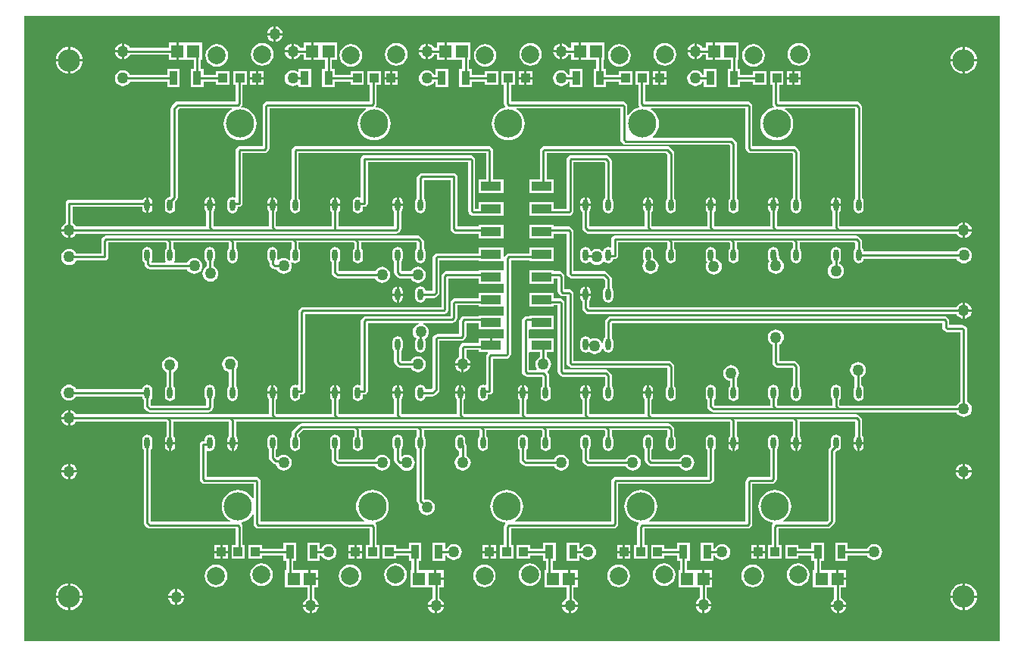
<source format=gtl>
G04*
G04 #@! TF.GenerationSoftware,Altium Limited,Altium Designer,21.1.1 (26)*
G04*
G04 Layer_Physical_Order=1*
G04 Layer_Color=255*
%FSLAX25Y25*%
%MOIN*%
G70*
G04*
G04 #@! TF.SameCoordinates,58CD008A-62D3-454E-892D-416297C2E113*
G04*
G04*
G04 #@! TF.FilePolarity,Positive*
G04*
G01*
G75*
%ADD12C,0.01000*%
%ADD13R,0.03543X0.06102*%
%ADD14R,0.05500X0.05800*%
%ADD15O,0.02362X0.05118*%
%ADD16R,0.08740X0.04016*%
%ADD23R,0.03937X0.03937*%
%ADD24C,0.09843*%
%ADD25C,0.07874*%
%ADD26C,0.12402*%
%ADD27C,0.05000*%
G36*
X547244Y118110D02*
X118110D01*
Y393701D01*
X547244D01*
Y118110D01*
D02*
G37*
%LPC*%
G36*
X228850Y388994D02*
Y386029D01*
X231814D01*
X231760Y386443D01*
X231407Y387294D01*
X230846Y388026D01*
X230115Y388587D01*
X229264Y388939D01*
X228850Y388994D01*
D02*
G37*
G36*
X227850D02*
X227436Y388939D01*
X226585Y388587D01*
X225854Y388026D01*
X225293Y387294D01*
X224940Y386443D01*
X224886Y386029D01*
X227850D01*
Y388994D01*
D02*
G37*
G36*
X231814Y385029D02*
X228850D01*
Y382065D01*
X229264Y382119D01*
X230115Y382472D01*
X230846Y383033D01*
X231407Y383764D01*
X231760Y384616D01*
X231814Y385029D01*
D02*
G37*
G36*
X227850D02*
X224886D01*
X224940Y384616D01*
X225293Y383764D01*
X225854Y383033D01*
X226585Y382472D01*
X227436Y382119D01*
X227850Y382065D01*
Y385029D01*
D02*
G37*
G36*
X421150Y381853D02*
X417901D01*
Y379482D01*
X416541D01*
X416443Y379718D01*
X415882Y380449D01*
X415151Y381010D01*
X414299Y381363D01*
X413886Y381417D01*
Y377953D01*
Y374488D01*
X414299Y374543D01*
X415151Y374896D01*
X415882Y375457D01*
X416443Y376188D01*
X416541Y376423D01*
X417901D01*
Y374053D01*
X421150D01*
Y377953D01*
Y381853D01*
D02*
G37*
G36*
X362095D02*
X358845D01*
Y379482D01*
X357486D01*
X357388Y379718D01*
X356827Y380449D01*
X356096Y381010D01*
X355244Y381363D01*
X354831Y381417D01*
Y377953D01*
Y374488D01*
X355244Y374543D01*
X356096Y374896D01*
X356827Y375457D01*
X357388Y376188D01*
X357486Y376423D01*
X358845D01*
Y374053D01*
X362095D01*
Y377953D01*
Y381853D01*
D02*
G37*
G36*
X303040D02*
X299790D01*
Y379482D01*
X298430D01*
X298333Y379718D01*
X297772Y380449D01*
X297041Y381010D01*
X296189Y381363D01*
X295776Y381417D01*
Y377953D01*
Y374488D01*
X296189Y374543D01*
X297041Y374896D01*
X297772Y375457D01*
X298333Y376188D01*
X298430Y376423D01*
X299790D01*
Y374053D01*
X303040D01*
Y377953D01*
Y381853D01*
D02*
G37*
G36*
X244376D02*
X241126D01*
Y379482D01*
X239375D01*
X239278Y379718D01*
X238717Y380449D01*
X237986Y381010D01*
X237134Y381363D01*
X236720Y381417D01*
Y377953D01*
Y374488D01*
X237134Y374543D01*
X237986Y374896D01*
X238717Y375457D01*
X239278Y376188D01*
X239375Y376423D01*
X241126D01*
Y374053D01*
X244376D01*
Y377953D01*
Y381853D01*
D02*
G37*
G36*
X184930D02*
X181680D01*
Y379482D01*
X164572D01*
X164475Y379718D01*
X163914Y380449D01*
X163182Y381010D01*
X162331Y381363D01*
X161917Y381417D01*
Y377953D01*
Y374488D01*
X162331Y374543D01*
X163182Y374896D01*
X163914Y375457D01*
X164475Y376188D01*
X164572Y376423D01*
X181680D01*
Y374053D01*
X184930D01*
Y377953D01*
Y381853D01*
D02*
G37*
G36*
X412886Y381417D02*
X412472Y381363D01*
X411621Y381010D01*
X410890Y380449D01*
X410329Y379718D01*
X409976Y378866D01*
X409922Y378453D01*
X412886D01*
Y381417D01*
D02*
G37*
G36*
X353831D02*
X353417Y381363D01*
X352566Y381010D01*
X351835Y380449D01*
X351273Y379718D01*
X350921Y378866D01*
X350866Y378453D01*
X353831D01*
Y381417D01*
D02*
G37*
G36*
X294776D02*
X294362Y381363D01*
X293511Y381010D01*
X292779Y380449D01*
X292218Y379718D01*
X291866Y378866D01*
X291811Y378453D01*
X294776D01*
Y381417D01*
D02*
G37*
G36*
X235720D02*
X235307Y381363D01*
X234455Y381010D01*
X233724Y380449D01*
X233163Y379718D01*
X232811Y378866D01*
X232756Y378453D01*
X235720D01*
Y381417D01*
D02*
G37*
G36*
X160917D02*
X160504Y381363D01*
X159652Y381010D01*
X158921Y380449D01*
X158360Y379718D01*
X158007Y378866D01*
X157953Y378453D01*
X160917D01*
Y381417D01*
D02*
G37*
G36*
X531996Y379916D02*
Y374516D01*
X537397D01*
X537332Y375177D01*
X536993Y376293D01*
X536443Y377321D01*
X535703Y378223D01*
X534802Y378963D01*
X533773Y379513D01*
X532657Y379851D01*
X531996Y379916D01*
D02*
G37*
G36*
X530996D02*
X530335Y379851D01*
X529219Y379513D01*
X528191Y378963D01*
X527289Y378223D01*
X526549Y377321D01*
X525999Y376293D01*
X525661Y375177D01*
X525595Y374516D01*
X530996D01*
Y379916D01*
D02*
G37*
G36*
X138295D02*
Y374516D01*
X143696D01*
X143631Y375177D01*
X143292Y376293D01*
X142743Y377321D01*
X142002Y378223D01*
X141101Y378963D01*
X140072Y379513D01*
X138956Y379851D01*
X138295Y379916D01*
D02*
G37*
G36*
X137295D02*
X136635Y379851D01*
X135518Y379513D01*
X134490Y378963D01*
X133588Y378223D01*
X132848Y377321D01*
X132298Y376293D01*
X131960Y375177D01*
X131895Y374516D01*
X137295D01*
Y379916D01*
D02*
G37*
G36*
X412886Y377453D02*
X409922D01*
X409976Y377039D01*
X410329Y376188D01*
X410890Y375457D01*
X411621Y374896D01*
X412472Y374543D01*
X412886Y374488D01*
Y377453D01*
D02*
G37*
G36*
X353831D02*
X350866D01*
X350921Y377039D01*
X351273Y376188D01*
X351835Y375457D01*
X352566Y374896D01*
X353417Y374543D01*
X353831Y374488D01*
Y377453D01*
D02*
G37*
G36*
X294776D02*
X291811D01*
X291866Y377039D01*
X292218Y376188D01*
X292779Y375457D01*
X293511Y374896D01*
X294362Y374543D01*
X294776Y374488D01*
Y377453D01*
D02*
G37*
G36*
X235720D02*
X232756D01*
X232811Y377039D01*
X233163Y376188D01*
X233724Y375457D01*
X234455Y374896D01*
X235307Y374543D01*
X235720Y374488D01*
Y377453D01*
D02*
G37*
G36*
X160917D02*
X157953D01*
X158007Y377039D01*
X158360Y376188D01*
X158921Y375457D01*
X159652Y374896D01*
X160504Y374543D01*
X160917Y374488D01*
Y377453D01*
D02*
G37*
G36*
X458976Y381653D02*
X457688Y381483D01*
X456487Y380986D01*
X455455Y380194D01*
X454664Y379163D01*
X454166Y377962D01*
X453997Y376673D01*
X454166Y375384D01*
X454664Y374183D01*
X455455Y373152D01*
X456487Y372361D01*
X457688Y371863D01*
X458976Y371694D01*
X460265Y371863D01*
X461466Y372361D01*
X462498Y373152D01*
X463289Y374183D01*
X463786Y375384D01*
X463956Y376673D01*
X463786Y377962D01*
X463289Y379163D01*
X462498Y380194D01*
X461466Y380986D01*
X460265Y381483D01*
X458976Y381653D01*
D02*
G37*
G36*
X399921D02*
X398632Y381483D01*
X397431Y380986D01*
X396400Y380194D01*
X395609Y379163D01*
X395111Y377962D01*
X394942Y376673D01*
X395111Y375384D01*
X395609Y374183D01*
X396400Y373152D01*
X397431Y372361D01*
X398632Y371863D01*
X399921Y371694D01*
X401210Y371863D01*
X402411Y372361D01*
X403442Y373152D01*
X404234Y374183D01*
X404731Y375384D01*
X404901Y376673D01*
X404731Y377962D01*
X404234Y379163D01*
X403442Y380194D01*
X402411Y380986D01*
X401210Y381483D01*
X399921Y381653D01*
D02*
G37*
G36*
X340866D02*
X339577Y381483D01*
X338376Y380986D01*
X337345Y380194D01*
X336554Y379163D01*
X336056Y377962D01*
X335887Y376673D01*
X336056Y375384D01*
X336554Y374183D01*
X337345Y373152D01*
X338376Y372361D01*
X339577Y371863D01*
X340866Y371694D01*
X342155Y371863D01*
X343356Y372361D01*
X344387Y373152D01*
X345179Y374183D01*
X345676Y375384D01*
X345846Y376673D01*
X345676Y377962D01*
X345179Y379163D01*
X344387Y380194D01*
X343356Y380986D01*
X342155Y381483D01*
X340866Y381653D01*
D02*
G37*
G36*
X281811D02*
X280522Y381483D01*
X279321Y380986D01*
X278290Y380194D01*
X277499Y379163D01*
X277001Y377962D01*
X276831Y376673D01*
X277001Y375384D01*
X277499Y374183D01*
X278290Y373152D01*
X279321Y372361D01*
X280522Y371863D01*
X281811Y371694D01*
X283100Y371863D01*
X284301Y372361D01*
X285332Y373152D01*
X286123Y374183D01*
X286621Y375384D01*
X286791Y376673D01*
X286621Y377962D01*
X286123Y379163D01*
X285332Y380194D01*
X284301Y380986D01*
X283100Y381483D01*
X281811Y381653D01*
D02*
G37*
G36*
X222756D02*
X221467Y381483D01*
X220266Y380986D01*
X219235Y380194D01*
X218443Y379163D01*
X217946Y377962D01*
X217776Y376673D01*
X217946Y375384D01*
X218443Y374183D01*
X219235Y373152D01*
X220266Y372361D01*
X221467Y371863D01*
X222756Y371694D01*
X224045Y371863D01*
X225246Y372361D01*
X226277Y373152D01*
X227068Y374183D01*
X227566Y375384D01*
X227735Y376673D01*
X227566Y377962D01*
X227068Y379163D01*
X226277Y380194D01*
X225246Y380986D01*
X224045Y381483D01*
X222756Y381653D01*
D02*
G37*
G36*
X438976Y381121D02*
X437688Y380952D01*
X436487Y380454D01*
X435455Y379663D01*
X434664Y378631D01*
X434166Y377431D01*
X433997Y376142D01*
X434166Y374853D01*
X434664Y373652D01*
X435455Y372621D01*
X436487Y371829D01*
X437688Y371332D01*
X438976Y371162D01*
X440265Y371332D01*
X441466Y371829D01*
X442497Y372621D01*
X443289Y373652D01*
X443786Y374853D01*
X443956Y376142D01*
X443786Y377431D01*
X443289Y378631D01*
X442497Y379663D01*
X441466Y380454D01*
X440265Y380952D01*
X438976Y381121D01*
D02*
G37*
G36*
X379921D02*
X378632Y380952D01*
X377431Y380454D01*
X376400Y379663D01*
X375609Y378631D01*
X375111Y377431D01*
X374942Y376142D01*
X375111Y374853D01*
X375609Y373652D01*
X376400Y372621D01*
X377431Y371829D01*
X378632Y371332D01*
X379921Y371162D01*
X381210Y371332D01*
X382411Y371829D01*
X383442Y372621D01*
X384234Y373652D01*
X384731Y374853D01*
X384901Y376142D01*
X384731Y377431D01*
X384234Y378631D01*
X383442Y379663D01*
X382411Y380454D01*
X381210Y380952D01*
X379921Y381121D01*
D02*
G37*
G36*
X320866D02*
X319577Y380952D01*
X318376Y380454D01*
X317345Y379663D01*
X316554Y378631D01*
X316056Y377431D01*
X315886Y376142D01*
X316056Y374853D01*
X316554Y373652D01*
X317345Y372621D01*
X318376Y371829D01*
X319577Y371332D01*
X320866Y371162D01*
X322155Y371332D01*
X323356Y371829D01*
X324387Y372621D01*
X325179Y373652D01*
X325676Y374853D01*
X325846Y376142D01*
X325676Y377431D01*
X325179Y378631D01*
X324387Y379663D01*
X323356Y380454D01*
X322155Y380952D01*
X320866Y381121D01*
D02*
G37*
G36*
X261811D02*
X260522Y380952D01*
X259321Y380454D01*
X258290Y379663D01*
X257499Y378631D01*
X257001Y377431D01*
X256831Y376142D01*
X257001Y374853D01*
X257499Y373652D01*
X258290Y372621D01*
X259321Y371829D01*
X260522Y371332D01*
X261811Y371162D01*
X263100Y371332D01*
X264301Y371829D01*
X265332Y372621D01*
X266124Y373652D01*
X266621Y374853D01*
X266791Y376142D01*
X266621Y377431D01*
X266124Y378631D01*
X265332Y379663D01*
X264301Y380454D01*
X263100Y380952D01*
X261811Y381121D01*
D02*
G37*
G36*
X202756D02*
X201467Y380952D01*
X200266Y380454D01*
X199235Y379663D01*
X198443Y378631D01*
X197946Y377431D01*
X197776Y376142D01*
X197946Y374853D01*
X198443Y373652D01*
X199235Y372621D01*
X200266Y371829D01*
X201467Y371332D01*
X202756Y371162D01*
X204045Y371332D01*
X205246Y371829D01*
X206277Y372621D01*
X207068Y373652D01*
X207566Y374853D01*
X207735Y376142D01*
X207566Y377431D01*
X207068Y378631D01*
X206277Y379663D01*
X205246Y380454D01*
X204045Y380952D01*
X202756Y381121D01*
D02*
G37*
G36*
X244307Y370193D02*
X238764D01*
Y369232D01*
X238264Y368986D01*
X237986Y369199D01*
X237134Y369552D01*
X236221Y369672D01*
X235307Y369552D01*
X234455Y369199D01*
X233724Y368638D01*
X233163Y367907D01*
X232811Y367055D01*
X232690Y366142D01*
X232811Y365228D01*
X233163Y364377D01*
X233724Y363646D01*
X234455Y363085D01*
X235307Y362732D01*
X236221Y362612D01*
X237134Y362732D01*
X237986Y363085D01*
X238264Y363298D01*
X238764Y363051D01*
Y362090D01*
X244307D01*
Y370193D01*
D02*
G37*
G36*
X537397Y373516D02*
X531996D01*
Y368115D01*
X532657Y368180D01*
X533773Y368519D01*
X534802Y369069D01*
X535703Y369809D01*
X536443Y370710D01*
X536993Y371739D01*
X537332Y372855D01*
X537397Y373516D01*
D02*
G37*
G36*
X530996D02*
X525595D01*
X525661Y372855D01*
X525999Y371739D01*
X526549Y370710D01*
X527289Y369809D01*
X528191Y369069D01*
X529219Y368519D01*
X530335Y368180D01*
X530996Y368115D01*
Y373516D01*
D02*
G37*
G36*
X143696D02*
X138295D01*
Y368115D01*
X138956Y368180D01*
X140072Y368519D01*
X141101Y369069D01*
X142002Y369809D01*
X142743Y370710D01*
X143292Y371739D01*
X143631Y372855D01*
X143696Y373516D01*
D02*
G37*
G36*
X137295D02*
X131895D01*
X131960Y372855D01*
X132298Y371739D01*
X132848Y370710D01*
X133588Y369809D01*
X134490Y369069D01*
X135518Y368519D01*
X136635Y368180D01*
X137295Y368115D01*
Y373516D01*
D02*
G37*
G36*
X422752Y370193D02*
X417209D01*
Y367671D01*
X416541D01*
X416443Y367907D01*
X415882Y368638D01*
X415151Y369199D01*
X414299Y369552D01*
X413386Y369672D01*
X412472Y369552D01*
X411621Y369199D01*
X410890Y368638D01*
X410329Y367907D01*
X409976Y367055D01*
X409856Y366142D01*
X409976Y365228D01*
X410329Y364377D01*
X410890Y363646D01*
X411621Y363085D01*
X412472Y362732D01*
X413386Y362612D01*
X414299Y362732D01*
X415151Y363085D01*
X415882Y363646D01*
X416443Y364377D01*
X416541Y364612D01*
X417209D01*
Y362090D01*
X422752D01*
Y370193D01*
D02*
G37*
G36*
X363697D02*
X358154D01*
Y367671D01*
X357486D01*
X357388Y367907D01*
X356827Y368638D01*
X356096Y369199D01*
X355244Y369552D01*
X354331Y369672D01*
X353417Y369552D01*
X352566Y369199D01*
X351835Y368638D01*
X351273Y367907D01*
X350921Y367055D01*
X350800Y366142D01*
X350921Y365228D01*
X351273Y364377D01*
X351835Y363646D01*
X352566Y363085D01*
X353417Y362732D01*
X354331Y362612D01*
X355244Y362732D01*
X356096Y363085D01*
X356827Y363646D01*
X357388Y364377D01*
X357486Y364612D01*
X358154D01*
Y362090D01*
X363697D01*
Y370193D01*
D02*
G37*
G36*
X304642D02*
X299098D01*
Y367671D01*
X298430D01*
X298333Y367907D01*
X297772Y368638D01*
X297041Y369199D01*
X296189Y369552D01*
X295276Y369672D01*
X294362Y369552D01*
X293511Y369199D01*
X292779Y368638D01*
X292218Y367907D01*
X291866Y367055D01*
X291745Y366142D01*
X291866Y365228D01*
X292218Y364377D01*
X292779Y363646D01*
X293511Y363085D01*
X294362Y362732D01*
X295276Y362612D01*
X296189Y362732D01*
X297041Y363085D01*
X297772Y363646D01*
X298333Y364377D01*
X298430Y364612D01*
X299098D01*
Y362090D01*
X304642D01*
Y370193D01*
D02*
G37*
G36*
X186531D02*
X180988D01*
Y367671D01*
X164572D01*
X164475Y367907D01*
X163914Y368638D01*
X163182Y369199D01*
X162331Y369552D01*
X161417Y369672D01*
X160504Y369552D01*
X159652Y369199D01*
X158921Y368638D01*
X158360Y367907D01*
X158007Y367055D01*
X157887Y366142D01*
X158007Y365228D01*
X158360Y364377D01*
X158921Y363646D01*
X159652Y363085D01*
X160504Y362732D01*
X161417Y362612D01*
X162331Y362732D01*
X163182Y363085D01*
X163914Y363646D01*
X164475Y364377D01*
X164572Y364612D01*
X180988D01*
Y362090D01*
X186531D01*
Y370193D01*
D02*
G37*
G36*
X223441Y369110D02*
X220972D01*
Y366642D01*
X223441D01*
Y369110D01*
D02*
G37*
G36*
X459661D02*
X457193D01*
Y366642D01*
X459661D01*
Y369110D01*
D02*
G37*
G36*
X400606D02*
X398138D01*
Y366642D01*
X400606D01*
Y369110D01*
D02*
G37*
G36*
X341551D02*
X339083D01*
Y366642D01*
X341551D01*
Y369110D01*
D02*
G37*
G36*
X282496D02*
X280028D01*
Y366642D01*
X282496D01*
Y369110D01*
D02*
G37*
G36*
X456193D02*
X453724D01*
Y366642D01*
X456193D01*
Y369110D01*
D02*
G37*
G36*
X397138D02*
X394669D01*
Y366642D01*
X397138D01*
Y369110D01*
D02*
G37*
G36*
X338083D02*
X335614D01*
Y366642D01*
X338083D01*
Y369110D01*
D02*
G37*
G36*
X279028D02*
X276559D01*
Y366642D01*
X279028D01*
Y369110D01*
D02*
G37*
G36*
X219972D02*
X217504D01*
Y366642D01*
X219972D01*
Y369110D01*
D02*
G37*
G36*
X459661Y365642D02*
X457193D01*
Y363173D01*
X459661D01*
Y365642D01*
D02*
G37*
G36*
X456193D02*
X453724D01*
Y363173D01*
X456193D01*
Y365642D01*
D02*
G37*
G36*
X432493Y381853D02*
X422151D01*
Y377953D01*
Y374053D01*
X428884D01*
Y370193D01*
X427642D01*
Y362090D01*
X433185D01*
Y364612D01*
X438764D01*
Y363173D01*
X444701D01*
Y369110D01*
X438764D01*
Y367671D01*
X433185D01*
Y370193D01*
X431943D01*
Y374053D01*
X432493D01*
Y381853D01*
D02*
G37*
G36*
X400606Y365642D02*
X398138D01*
Y363173D01*
X400606D01*
Y365642D01*
D02*
G37*
G36*
X397138D02*
X394669D01*
Y363173D01*
X397138D01*
Y365642D01*
D02*
G37*
G36*
X373438Y381853D02*
X363095D01*
Y377953D01*
Y374053D01*
X369829D01*
Y370193D01*
X368587D01*
Y362090D01*
X374130D01*
Y364612D01*
X379709D01*
Y363173D01*
X385646D01*
Y369110D01*
X379709D01*
Y367671D01*
X374130D01*
Y370193D01*
X372888D01*
Y374053D01*
X373438D01*
Y381853D01*
D02*
G37*
G36*
X341551Y365642D02*
X339083D01*
Y363173D01*
X341551D01*
Y365642D01*
D02*
G37*
G36*
X338083D02*
X335614D01*
Y363173D01*
X338083D01*
Y365642D01*
D02*
G37*
G36*
X314383Y381853D02*
X304040D01*
Y377953D01*
Y374053D01*
X310774D01*
Y370193D01*
X309531D01*
Y362090D01*
X315075D01*
Y364612D01*
X320654D01*
Y363173D01*
X326590D01*
Y369110D01*
X320654D01*
Y367671D01*
X315075D01*
Y370193D01*
X313832D01*
Y374053D01*
X314383D01*
Y381853D01*
D02*
G37*
G36*
X282496Y365642D02*
X280028D01*
Y363173D01*
X282496D01*
Y365642D01*
D02*
G37*
G36*
X279028D02*
X276559D01*
Y363173D01*
X279028D01*
Y365642D01*
D02*
G37*
G36*
X255718Y381853D02*
X245376D01*
Y377953D01*
Y374053D01*
X250439D01*
Y370193D01*
X249197D01*
Y362090D01*
X254740D01*
Y364612D01*
X261598D01*
Y363173D01*
X267535D01*
Y369110D01*
X261598D01*
Y367671D01*
X254740D01*
Y370193D01*
X253498D01*
Y374053D01*
X255718D01*
Y381853D01*
D02*
G37*
G36*
X223441Y365642D02*
X220972D01*
Y363173D01*
X223441D01*
Y365642D01*
D02*
G37*
G36*
X219972D02*
X217504D01*
Y363173D01*
X219972D01*
Y365642D01*
D02*
G37*
G36*
X196273Y381853D02*
X185930D01*
Y377953D01*
Y374053D01*
X192664D01*
Y370193D01*
X191421D01*
Y362090D01*
X196965D01*
Y364612D01*
X202543D01*
Y363173D01*
X208480D01*
Y369110D01*
X202543D01*
Y367671D01*
X196965D01*
Y370193D01*
X195722D01*
Y374053D01*
X196273D01*
Y381853D01*
D02*
G37*
G36*
X393126Y369110D02*
X387189D01*
Y363173D01*
X388234D01*
Y354917D01*
X388351Y354331D01*
X388682Y353835D01*
X388846Y353672D01*
X388785Y353360D01*
X388673Y353137D01*
X387388Y352748D01*
X386138Y352079D01*
X385041Y351179D01*
X384141Y350083D01*
X383919Y349667D01*
X383419Y349793D01*
Y353745D01*
X383303Y354330D01*
X382971Y354826D01*
X382385Y355412D01*
X381889Y355744D01*
X381304Y355860D01*
X332238D01*
Y363173D01*
X334071D01*
Y369110D01*
X328134D01*
Y363173D01*
X329179D01*
Y354917D01*
X329296Y354331D01*
X329627Y353835D01*
X329790Y353672D01*
X329730Y353360D01*
X329618Y353137D01*
X328333Y352748D01*
X327082Y352079D01*
X325986Y351179D01*
X325086Y350083D01*
X324417Y348832D01*
X324006Y347475D01*
X323867Y346063D01*
X324006Y344651D01*
X324417Y343294D01*
X325086Y342043D01*
X325986Y340947D01*
X327082Y340047D01*
X328333Y339378D01*
X329691Y338966D01*
X331102Y338827D01*
X332514Y338966D01*
X333871Y339378D01*
X335122Y340047D01*
X336219Y340947D01*
X337119Y342043D01*
X337787Y343294D01*
X338199Y344651D01*
X338338Y346063D01*
X338199Y347475D01*
X337787Y348832D01*
X337119Y350083D01*
X336219Y351179D01*
X335122Y352079D01*
X334707Y352301D01*
X334832Y352801D01*
X380360D01*
Y339169D01*
X380477Y338583D01*
X380808Y338087D01*
X381615Y337281D01*
X382111Y336949D01*
X382696Y336833D01*
X428280D01*
X428667Y336445D01*
Y313215D01*
X428624Y313187D01*
X428142Y312465D01*
X427973Y311614D01*
Y308858D01*
X428142Y308007D01*
X428624Y307286D01*
X429346Y306804D01*
X430197Y306634D01*
X431048Y306804D01*
X431769Y307286D01*
X432251Y308007D01*
X432421Y308858D01*
Y311614D01*
X432251Y312465D01*
X431769Y313187D01*
X431726Y313215D01*
Y337079D01*
X431610Y337664D01*
X431278Y338160D01*
X429995Y339444D01*
X429499Y339775D01*
X428913Y339892D01*
X394776D01*
X394598Y340392D01*
X395274Y340947D01*
X396174Y342043D01*
X396842Y343294D01*
X397254Y344651D01*
X397393Y346063D01*
X397254Y347475D01*
X396842Y348832D01*
X396174Y350083D01*
X395274Y351179D01*
X394177Y352079D01*
X393762Y352301D01*
X393887Y352801D01*
X435478D01*
Y335231D01*
X435595Y334646D01*
X435926Y334150D01*
X436512Y333564D01*
X437008Y333233D01*
X437594Y333116D01*
X456059D01*
X456226Y332949D01*
Y313215D01*
X456183Y313187D01*
X455701Y312465D01*
X455532Y311614D01*
Y308858D01*
X455701Y308007D01*
X456183Y307286D01*
X456905Y306804D01*
X457756Y306634D01*
X458607Y306804D01*
X459328Y307286D01*
X459810Y308007D01*
X459980Y308858D01*
Y311614D01*
X459810Y312465D01*
X459328Y313187D01*
X459285Y313215D01*
Y333583D01*
X459169Y334168D01*
X458837Y334664D01*
X457774Y335727D01*
X457278Y336059D01*
X456693Y336175D01*
X438537D01*
Y353745D01*
X438421Y354330D01*
X438089Y354826D01*
X437503Y355412D01*
X437007Y355744D01*
X436422Y355860D01*
X391293D01*
Y363173D01*
X393126D01*
Y369110D01*
D02*
G37*
G36*
X275016D02*
X269079D01*
Y363173D01*
X270124D01*
Y355860D01*
X224995D01*
X224410Y355744D01*
X223914Y355412D01*
X223328Y354826D01*
X222996Y354330D01*
X222880Y353745D01*
Y336175D01*
X213184D01*
X212599Y336059D01*
X212103Y335727D01*
X211517Y335141D01*
X211186Y334645D01*
X211069Y334060D01*
Y313869D01*
X210628Y313633D01*
X210575Y313669D01*
X209724Y313838D01*
X208873Y313669D01*
X208152Y313187D01*
X207670Y312465D01*
X207501Y311614D01*
Y308858D01*
X207670Y308007D01*
X208152Y307286D01*
X208873Y306804D01*
X209724Y306634D01*
X210575Y306804D01*
X211297Y307286D01*
X211779Y308007D01*
X211948Y308858D01*
Y309494D01*
X212598D01*
X213184Y309611D01*
X213680Y309942D01*
X214011Y310438D01*
X214128Y311024D01*
Y333116D01*
X223824D01*
X224409Y333233D01*
X224905Y333564D01*
X225491Y334150D01*
X225822Y334646D01*
X225939Y335231D01*
Y352801D01*
X268318D01*
X268443Y352301D01*
X268027Y352079D01*
X266931Y351179D01*
X266031Y350083D01*
X265362Y348832D01*
X264951Y347475D01*
X264812Y346063D01*
X264951Y344651D01*
X265362Y343294D01*
X266031Y342043D01*
X266931Y340947D01*
X268027Y340047D01*
X269278Y339378D01*
X270636Y338966D01*
X272047Y338827D01*
X273459Y338966D01*
X274816Y339378D01*
X276067Y340047D01*
X277164Y340947D01*
X278063Y342043D01*
X278732Y343294D01*
X279144Y344651D01*
X279283Y346063D01*
X279144Y347475D01*
X278732Y348832D01*
X278063Y350083D01*
X277164Y351179D01*
X276067Y352079D01*
X274816Y352748D01*
X273459Y353160D01*
X272767Y353228D01*
X272598Y353698D01*
X272735Y353835D01*
X273066Y354331D01*
X273183Y354917D01*
Y363173D01*
X275016D01*
Y369110D01*
D02*
G37*
G36*
X215961D02*
X210024D01*
Y363173D01*
X211069D01*
Y355860D01*
X185625D01*
X185040Y355744D01*
X184544Y355412D01*
X182944Y353813D01*
X182613Y353316D01*
X182496Y352731D01*
Y314179D01*
X182153Y313836D01*
X181314Y313669D01*
X180593Y313187D01*
X180111Y312465D01*
X179941Y311614D01*
Y308858D01*
X180111Y308007D01*
X180593Y307286D01*
X181314Y306804D01*
X182165Y306634D01*
X183016Y306804D01*
X183738Y307286D01*
X184220Y308007D01*
X184389Y308858D01*
Y311614D01*
X184367Y311724D01*
X185107Y312464D01*
X185439Y312960D01*
X185555Y313546D01*
Y352098D01*
X186259Y352801D01*
X209263D01*
X209388Y352301D01*
X208972Y352079D01*
X207876Y351179D01*
X206976Y350083D01*
X206307Y348832D01*
X205895Y347475D01*
X205756Y346063D01*
X205895Y344651D01*
X206307Y343294D01*
X206976Y342043D01*
X207876Y340947D01*
X208972Y340047D01*
X210223Y339378D01*
X211580Y338966D01*
X212992Y338827D01*
X214404Y338966D01*
X215761Y339378D01*
X217012Y340047D01*
X218109Y340947D01*
X219008Y342043D01*
X219677Y343294D01*
X220089Y344651D01*
X220228Y346063D01*
X220089Y347475D01*
X219677Y348832D01*
X219008Y350083D01*
X218109Y351179D01*
X217012Y352079D01*
X215761Y352748D01*
X214404Y353160D01*
X213712Y353228D01*
X213543Y353698D01*
X213680Y353835D01*
X214011Y354331D01*
X214128Y354917D01*
Y363173D01*
X215961D01*
Y369110D01*
D02*
G37*
G36*
X322249Y336175D02*
X237869D01*
X237284Y336059D01*
X236788Y335727D01*
X236202Y335141D01*
X235871Y334645D01*
X235754Y334060D01*
Y313215D01*
X235711Y313187D01*
X235229Y312465D01*
X235060Y311614D01*
Y308858D01*
X235229Y308007D01*
X235711Y307286D01*
X236432Y306804D01*
X237283Y306634D01*
X238135Y306804D01*
X238856Y307286D01*
X239338Y308007D01*
X239507Y308858D01*
Y311614D01*
X239338Y312465D01*
X238856Y313187D01*
X238813Y313215D01*
Y333116D01*
X321305D01*
Y321472D01*
X318154D01*
Y315457D01*
X328894D01*
Y321472D01*
X324364D01*
Y334060D01*
X324248Y334645D01*
X323916Y335141D01*
X323330Y335727D01*
X322834Y336059D01*
X322249Y336175D01*
D02*
G37*
G36*
X448256Y313738D02*
Y310736D01*
X449980D01*
Y311614D01*
X449811Y312465D01*
X449328Y313187D01*
X448607Y313669D01*
X448256Y313738D01*
D02*
G37*
G36*
X172665D02*
Y310736D01*
X174389D01*
Y311614D01*
X174220Y312465D01*
X173738Y313187D01*
X173016Y313669D01*
X172665Y313738D01*
D02*
G37*
G36*
X447256D02*
X446905Y313669D01*
X446183Y313187D01*
X445701Y312465D01*
X445532Y311614D01*
Y310736D01*
X447256D01*
Y313738D01*
D02*
G37*
G36*
X475815D02*
Y310736D01*
X477539D01*
Y311614D01*
X477369Y312465D01*
X476887Y313187D01*
X476166Y313669D01*
X475815Y313738D01*
D02*
G37*
G36*
X393138D02*
Y310736D01*
X394862D01*
Y311614D01*
X394692Y312465D01*
X394210Y313187D01*
X393489Y313669D01*
X393138Y313738D01*
D02*
G37*
G36*
X255343D02*
Y310736D01*
X257066D01*
Y311614D01*
X256897Y312465D01*
X256415Y313187D01*
X255694Y313669D01*
X255343Y313738D01*
D02*
G37*
G36*
X227783D02*
Y310736D01*
X229507D01*
Y311614D01*
X229338Y312465D01*
X228856Y313187D01*
X228134Y313669D01*
X227783Y313738D01*
D02*
G37*
G36*
X474815D02*
X474464Y313669D01*
X473742Y313187D01*
X473260Y312465D01*
X473091Y311614D01*
Y310736D01*
X474815D01*
Y313738D01*
D02*
G37*
G36*
X392138D02*
X391787Y313669D01*
X391065Y313187D01*
X390583Y312465D01*
X390414Y311614D01*
Y310736D01*
X392138D01*
Y313738D01*
D02*
G37*
G36*
X254343D02*
X253992Y313669D01*
X253270Y313187D01*
X252788Y312465D01*
X252619Y311614D01*
Y310736D01*
X254343D01*
Y313738D01*
D02*
G37*
G36*
X226783D02*
X226432Y313669D01*
X225711Y313187D01*
X225229Y312465D01*
X225060Y311614D01*
Y310736D01*
X226783D01*
Y313738D01*
D02*
G37*
G36*
X420697D02*
Y310736D01*
X422421D01*
Y311614D01*
X422251Y312465D01*
X421769Y313187D01*
X421048Y313669D01*
X420697Y313738D01*
D02*
G37*
G36*
X282902D02*
Y310736D01*
X284625D01*
Y311614D01*
X284456Y312465D01*
X283974Y313187D01*
X283253Y313669D01*
X282902Y313738D01*
D02*
G37*
G36*
X200224D02*
Y310736D01*
X201948D01*
Y311614D01*
X201779Y312465D01*
X201297Y313187D01*
X200575Y313669D01*
X200224Y313738D01*
D02*
G37*
G36*
X419697D02*
X419346Y313669D01*
X418624Y313187D01*
X418142Y312465D01*
X417973Y311614D01*
Y310736D01*
X419697D01*
Y313738D01*
D02*
G37*
G36*
X281902D02*
X281551Y313669D01*
X280829Y313187D01*
X280347Y312465D01*
X280178Y311614D01*
Y310736D01*
X281902D01*
Y313738D01*
D02*
G37*
G36*
X199224D02*
X198873Y313669D01*
X198152Y313187D01*
X197670Y312465D01*
X197501Y311614D01*
Y310736D01*
X199224D01*
Y313738D01*
D02*
G37*
G36*
X365579Y313738D02*
Y310736D01*
X367303D01*
Y311614D01*
X367133Y312465D01*
X366651Y313187D01*
X365930Y313669D01*
X365579Y313738D01*
D02*
G37*
G36*
X364579Y313738D02*
X364228Y313669D01*
X363506Y313187D01*
X363024Y312465D01*
X362855Y311614D01*
Y310736D01*
X364579D01*
Y313738D01*
D02*
G37*
G36*
X174389Y309736D02*
X172665D01*
Y306734D01*
X173016Y306804D01*
X173738Y307286D01*
X174220Y308007D01*
X174389Y308858D01*
Y309736D01*
D02*
G37*
G36*
X452181Y369110D02*
X446244D01*
Y363173D01*
X447290D01*
Y354917D01*
X447406Y354331D01*
X447738Y353835D01*
X447901Y353672D01*
X447840Y353360D01*
X447728Y353137D01*
X446444Y352748D01*
X445193Y352079D01*
X444096Y351179D01*
X443196Y350083D01*
X442528Y348832D01*
X442116Y347475D01*
X441977Y346063D01*
X442116Y344651D01*
X442528Y343294D01*
X443196Y342043D01*
X444096Y340947D01*
X445193Y340047D01*
X446444Y339378D01*
X447801Y338966D01*
X449213Y338827D01*
X450624Y338966D01*
X451981Y339378D01*
X453232Y340047D01*
X454329Y340947D01*
X455229Y342043D01*
X455897Y343294D01*
X456309Y344651D01*
X456448Y346063D01*
X456309Y347475D01*
X455897Y348832D01*
X455229Y350083D01*
X454329Y351179D01*
X453232Y352079D01*
X452817Y352301D01*
X452942Y352801D01*
X483618D01*
X483786Y352634D01*
Y313215D01*
X483743Y313187D01*
X483260Y312465D01*
X483091Y311614D01*
Y308858D01*
X483260Y308007D01*
X483743Y307286D01*
X484464Y306804D01*
X485315Y306634D01*
X486166Y306804D01*
X486887Y307286D01*
X487369Y308007D01*
X487539Y308858D01*
Y311614D01*
X487369Y312465D01*
X486887Y313187D01*
X486844Y313215D01*
Y353268D01*
X486728Y353853D01*
X486396Y354349D01*
X485333Y355412D01*
X484837Y355744D01*
X484252Y355860D01*
X450348D01*
Y363173D01*
X452181D01*
Y369110D01*
D02*
G37*
G36*
X400989Y336175D02*
X347042D01*
X346457Y336059D01*
X345961Y335727D01*
X345375Y335141D01*
X345044Y334645D01*
X344927Y334060D01*
Y321472D01*
X340398D01*
Y315457D01*
X351138D01*
Y321472D01*
X347986D01*
Y333116D01*
X400355D01*
X401108Y332363D01*
Y313215D01*
X401065Y313187D01*
X400583Y312465D01*
X400414Y311614D01*
Y308858D01*
X400583Y308007D01*
X401065Y307286D01*
X401787Y306804D01*
X402638Y306634D01*
X403489Y306804D01*
X404210Y307286D01*
X404692Y308007D01*
X404862Y308858D01*
Y311614D01*
X404692Y312465D01*
X404210Y313187D01*
X404167Y313215D01*
Y332997D01*
X404051Y333582D01*
X403719Y334078D01*
X402070Y335727D01*
X401574Y336059D01*
X400989Y336175D01*
D02*
G37*
G36*
X374016Y332238D02*
X358854D01*
X358268Y332122D01*
X357772Y331790D01*
X357186Y331204D01*
X356855Y330708D01*
X356738Y330123D01*
Y308616D01*
X351138D01*
Y311472D01*
X340398D01*
Y305457D01*
X351138D01*
Y305557D01*
X357682D01*
X358267Y305674D01*
X358763Y306005D01*
X359349Y306591D01*
X359681Y307087D01*
X359797Y307672D01*
Y329179D01*
X373382D01*
X373549Y329012D01*
Y313215D01*
X373506Y313187D01*
X373024Y312465D01*
X372855Y311614D01*
Y308858D01*
X373024Y308007D01*
X373506Y307286D01*
X374228Y306804D01*
X375079Y306634D01*
X375930Y306804D01*
X376651Y307286D01*
X377133Y308007D01*
X377303Y308858D01*
Y311614D01*
X377133Y312465D01*
X376651Y313187D01*
X376608Y313215D01*
Y329646D01*
X376492Y330231D01*
X376160Y330727D01*
X375097Y331790D01*
X374601Y332122D01*
X374016Y332238D01*
D02*
G37*
G36*
X314375D02*
X267717D01*
X267131Y332122D01*
X266635Y331790D01*
X266304Y331294D01*
X266187Y330709D01*
Y313869D01*
X265746Y313633D01*
X265693Y313669D01*
X264843Y313838D01*
X263991Y313669D01*
X263270Y313187D01*
X262788Y312465D01*
X262619Y311614D01*
Y308858D01*
X262788Y308007D01*
X263270Y307286D01*
X263991Y306804D01*
X264843Y306634D01*
X265693Y306804D01*
X266415Y307286D01*
X266897Y308007D01*
X267066Y308858D01*
Y309494D01*
X267717D01*
X268302Y309611D01*
X268798Y309942D01*
X269129Y310438D01*
X269246Y311024D01*
Y329179D01*
X313431D01*
Y307672D01*
X313548Y307087D01*
X313879Y306591D01*
X314465Y306005D01*
X314961Y305674D01*
X315546Y305557D01*
X318154D01*
Y305457D01*
X328894D01*
Y311472D01*
X318154D01*
Y308616D01*
X316490D01*
Y330123D01*
X316374Y330708D01*
X316042Y331204D01*
X315456Y331790D01*
X314960Y332122D01*
X314375Y332238D01*
D02*
G37*
G36*
X449980Y309736D02*
X447756D01*
X445532D01*
Y308858D01*
X445701Y308007D01*
X446183Y307286D01*
X446227Y307257D01*
Y300742D01*
X421893D01*
X421726Y300909D01*
Y307257D01*
X421769Y307286D01*
X422251Y308007D01*
X422421Y308858D01*
Y309736D01*
X420197D01*
X417973D01*
Y308858D01*
X418142Y308007D01*
X418624Y307286D01*
X418668Y307257D01*
Y300742D01*
X394334D01*
X394167Y300909D01*
Y307257D01*
X394210Y307286D01*
X394692Y308007D01*
X394862Y308858D01*
Y309736D01*
X392638D01*
X390414D01*
Y308858D01*
X390583Y308007D01*
X391065Y307286D01*
X391108Y307257D01*
Y300742D01*
X366775D01*
X366608Y300909D01*
Y307257D01*
X366651Y307286D01*
X367133Y308007D01*
X367303Y308858D01*
Y309736D01*
X365079D01*
X362855D01*
Y308858D01*
X363024Y308007D01*
X363506Y307286D01*
X363549Y307257D01*
Y300276D01*
X363666Y299690D01*
X363997Y299194D01*
X365060Y298131D01*
X365556Y297800D01*
X366142Y297683D01*
X528341D01*
X528439Y297447D01*
X529000Y296716D01*
X529731Y296155D01*
X530582Y295803D01*
X530996Y295748D01*
Y299213D01*
Y302677D01*
X530582Y302623D01*
X529731Y302270D01*
X529000Y301709D01*
X528439Y300978D01*
X528341Y300742D01*
X477011D01*
X476844Y300909D01*
Y307257D01*
X476887Y307286D01*
X477369Y308007D01*
X477539Y308858D01*
Y309736D01*
X475315D01*
X473091D01*
Y308858D01*
X473260Y308007D01*
X473742Y307286D01*
X473786Y307257D01*
Y300742D01*
X449452D01*
X449285Y300909D01*
Y307257D01*
X449328Y307286D01*
X449811Y308007D01*
X449980Y308858D01*
Y309736D01*
D02*
G37*
G36*
X531996Y302677D02*
Y299713D01*
X534960D01*
X534906Y300126D01*
X534553Y300978D01*
X533992Y301709D01*
X533261Y302270D01*
X532410Y302623D01*
X531996Y302677D01*
D02*
G37*
G36*
X534960Y298713D02*
X531996D01*
Y295748D01*
X532410Y295803D01*
X533261Y296155D01*
X533992Y296716D01*
X534553Y297447D01*
X534906Y298299D01*
X534960Y298713D01*
D02*
G37*
G36*
X171665Y313738D02*
X171314Y313669D01*
X170593Y313187D01*
X170169Y312553D01*
X137795D01*
X137210Y312437D01*
X136714Y312105D01*
X136382Y311609D01*
X136266Y311024D01*
Y302367D01*
X136030Y302270D01*
X135299Y301709D01*
X134738Y300978D01*
X134385Y300126D01*
X134331Y299713D01*
X137795D01*
Y299213D01*
X138295D01*
Y295748D01*
X138709Y295803D01*
X139560Y296155D01*
X140292Y296716D01*
X140852Y297447D01*
X140950Y297683D01*
X281816D01*
X282401Y297800D01*
X282897Y298131D01*
X283483Y298717D01*
X283815Y299213D01*
X283931Y299798D01*
Y307257D01*
X283974Y307286D01*
X284456Y308007D01*
X284625Y308858D01*
Y309736D01*
X282402D01*
X280178D01*
Y308858D01*
X280347Y308007D01*
X280829Y307286D01*
X280872Y307257D01*
Y300742D01*
X256372D01*
Y307257D01*
X256415Y307286D01*
X256897Y308007D01*
X257066Y308858D01*
Y309736D01*
X254842D01*
X252619D01*
Y308858D01*
X252788Y308007D01*
X253270Y307286D01*
X253313Y307257D01*
Y300742D01*
X228980D01*
X228813Y300909D01*
Y307257D01*
X228856Y307286D01*
X229338Y308007D01*
X229507Y308858D01*
Y309736D01*
X227284D01*
X225060D01*
Y308858D01*
X225229Y308007D01*
X225711Y307286D01*
X225754Y307257D01*
Y300742D01*
X201421D01*
X201254Y300909D01*
Y307257D01*
X201297Y307286D01*
X201779Y308007D01*
X201948Y308858D01*
Y309736D01*
X199724D01*
X197501D01*
Y308858D01*
X197670Y308007D01*
X198152Y307286D01*
X198195Y307257D01*
Y300742D01*
X140950D01*
X140852Y300978D01*
X140292Y301709D01*
X139560Y302270D01*
X139325Y302367D01*
Y309494D01*
X169941D01*
Y308858D01*
X170111Y308007D01*
X170593Y307286D01*
X171314Y306804D01*
X171665Y306734D01*
Y310236D01*
Y313738D01*
D02*
G37*
G36*
X137295Y298713D02*
X134331D01*
X134385Y298299D01*
X134738Y297447D01*
X135299Y296716D01*
X136030Y296155D01*
X136882Y295803D01*
X137295Y295748D01*
Y298713D01*
D02*
G37*
G36*
X307087Y324364D02*
X292987D01*
X292402Y324248D01*
X291906Y323916D01*
X291320Y323330D01*
X290989Y322834D01*
X290872Y322249D01*
Y313215D01*
X290829Y313187D01*
X290347Y312465D01*
X290178Y311614D01*
Y308858D01*
X290347Y308007D01*
X290829Y307286D01*
X291551Y306804D01*
X292402Y306634D01*
X293253Y306804D01*
X293974Y307286D01*
X294456Y308007D01*
X294625Y308858D01*
Y311614D01*
X294456Y312465D01*
X293974Y313187D01*
X293931Y313215D01*
Y321305D01*
X305557D01*
Y299798D01*
X305674Y299213D01*
X306005Y298717D01*
X306591Y298131D01*
X307087Y297800D01*
X307672Y297683D01*
X318154D01*
Y295457D01*
X328894D01*
Y301472D01*
X318154D01*
Y300742D01*
X308616D01*
Y322835D01*
X308500Y323420D01*
X308168Y323916D01*
X307672Y324248D01*
X307087Y324364D01*
D02*
G37*
G36*
X351138Y291472D02*
X340398D01*
Y288931D01*
X331294D01*
X330709Y288814D01*
X330213Y288483D01*
X329627Y287897D01*
X329394Y287548D01*
X328894Y287699D01*
Y291472D01*
X318154D01*
Y288931D01*
X299798D01*
X299213Y288814D01*
X298717Y288483D01*
X298131Y287897D01*
X297800Y287401D01*
X297683Y286816D01*
Y272395D01*
X294595D01*
X294456Y273095D01*
X293974Y273817D01*
X293253Y274299D01*
X292402Y274468D01*
X291551Y274299D01*
X290829Y273817D01*
X290347Y273095D01*
X290178Y272244D01*
Y269488D01*
X290347Y268637D01*
X290829Y267916D01*
X291551Y267434D01*
X292402Y267264D01*
X293253Y267434D01*
X293974Y267916D01*
X294456Y268637D01*
X294595Y269337D01*
X298425D01*
X299010Y269453D01*
X299507Y269785D01*
X300294Y270572D01*
X300626Y271068D01*
X300742Y271654D01*
Y285872D01*
X318154D01*
Y285457D01*
X328679D01*
X328894Y285457D01*
X329179Y285075D01*
Y281854D01*
X328894Y281472D01*
X328679Y281472D01*
X318154D01*
Y281057D01*
X303735D01*
X303150Y280941D01*
X302654Y280609D01*
X302068Y280023D01*
X301737Y279527D01*
X301620Y278942D01*
Y265309D01*
X240743D01*
X240158Y265193D01*
X239662Y264861D01*
X239076Y264275D01*
X238744Y263779D01*
X238628Y263194D01*
Y231192D01*
X238187Y230956D01*
X238135Y230992D01*
X237283Y231161D01*
X236432Y230992D01*
X235711Y230509D01*
X235229Y229788D01*
X235060Y228937D01*
Y226181D01*
X235229Y225330D01*
X235711Y224609D01*
X236432Y224127D01*
X237283Y223957D01*
X238135Y224127D01*
X238856Y224609D01*
X239338Y225330D01*
X239507Y226181D01*
Y226817D01*
X240158D01*
X240743Y226934D01*
X241239Y227265D01*
X241570Y227761D01*
X241687Y228346D01*
Y262250D01*
X302564D01*
X303149Y262367D01*
X303645Y262698D01*
X304231Y263284D01*
X304563Y263780D01*
X304679Y264365D01*
Y277998D01*
X318154D01*
Y275457D01*
X328679D01*
X328894Y275457D01*
X329179Y275075D01*
Y271854D01*
X328894Y271472D01*
X328679Y271472D01*
X318154D01*
Y269246D01*
X307672D01*
X307087Y269129D01*
X306591Y268798D01*
X306005Y268212D01*
X305674Y267716D01*
X305557Y267131D01*
Y261372D01*
X268302D01*
X267717Y261256D01*
X267221Y260924D01*
X266635Y260338D01*
X266304Y259842D01*
X266187Y259257D01*
Y231192D01*
X265746Y230956D01*
X265693Y230992D01*
X264843Y231161D01*
X263991Y230992D01*
X263270Y230509D01*
X262788Y229788D01*
X262619Y228937D01*
Y226181D01*
X262788Y225330D01*
X263270Y224609D01*
X263991Y224127D01*
X264843Y223957D01*
X265693Y224127D01*
X266415Y224609D01*
X266897Y225330D01*
X267066Y226181D01*
Y226817D01*
X267717D01*
X268302Y226934D01*
X268798Y227265D01*
X269129Y227761D01*
X269246Y228346D01*
Y258313D01*
X291564D01*
X291651Y257830D01*
X290800Y257477D01*
X290069Y256916D01*
X289508Y256185D01*
X289155Y255334D01*
X289035Y254420D01*
X289155Y253506D01*
X289508Y252655D01*
X290069Y251924D01*
X290640Y251486D01*
X290347Y251048D01*
X290178Y250197D01*
Y247441D01*
X290347Y246590D01*
X290829Y245868D01*
X291551Y245386D01*
X292402Y245217D01*
X293253Y245386D01*
X293974Y245868D01*
X294456Y246590D01*
X294625Y247441D01*
Y250197D01*
X294456Y251048D01*
X294304Y251276D01*
X294330Y251363D01*
X295061Y251924D01*
X295622Y252655D01*
X295975Y253506D01*
X296095Y254420D01*
X295975Y255334D01*
X295622Y256185D01*
X295061Y256916D01*
X294330Y257477D01*
X293479Y257830D01*
X293566Y258313D01*
X306501D01*
X307086Y258430D01*
X307582Y258761D01*
X308168Y259347D01*
X308500Y259843D01*
X308616Y260428D01*
Y266187D01*
X318154D01*
Y265457D01*
X328679D01*
X328894Y265457D01*
X329179Y265075D01*
Y261854D01*
X328894Y261472D01*
X328679Y261472D01*
X318154D01*
Y261372D01*
X311609D01*
X311024Y261256D01*
X310528Y260924D01*
X309942Y260338D01*
X309611Y259842D01*
X309494Y259257D01*
Y253498D01*
X299798D01*
X299213Y253381D01*
X298717Y253050D01*
X298131Y252464D01*
X297800Y251968D01*
X297683Y251383D01*
Y229566D01*
X297206Y229088D01*
X294595D01*
X294456Y229788D01*
X293974Y230509D01*
X293253Y230992D01*
X292402Y231161D01*
X291551Y230992D01*
X290829Y230509D01*
X290347Y229788D01*
X290178Y228937D01*
Y226181D01*
X290347Y225330D01*
X290829Y224609D01*
X291551Y224127D01*
X292402Y223957D01*
X293253Y224127D01*
X293974Y224609D01*
X294456Y225330D01*
X294595Y226030D01*
X297839D01*
X298425Y226146D01*
X298921Y226478D01*
X300294Y227851D01*
X300626Y228347D01*
X300742Y228932D01*
Y250439D01*
X310438D01*
X311023Y250555D01*
X311519Y250887D01*
X312105Y251473D01*
X312437Y251969D01*
X312553Y252554D01*
Y258313D01*
X318154D01*
Y255457D01*
X328679D01*
X328894Y255457D01*
X329179Y255075D01*
Y251854D01*
X328894Y251472D01*
X324024D01*
Y248465D01*
X323024D01*
Y251472D01*
X318154D01*
Y249561D01*
X311609D01*
X311024Y249445D01*
X310528Y249113D01*
X309942Y248527D01*
X309611Y248031D01*
X309494Y247446D01*
Y243312D01*
X309259Y243215D01*
X308527Y242654D01*
X307966Y241923D01*
X307614Y241071D01*
X307559Y240657D01*
X314488D01*
X314434Y241071D01*
X314081Y241923D01*
X313520Y242654D01*
X312789Y243215D01*
X312553Y243312D01*
Y246502D01*
X318154D01*
Y245457D01*
X321913D01*
X322120Y244957D01*
X321753Y244590D01*
X321422Y244094D01*
X321305Y243509D01*
Y231192D01*
X320864Y230956D01*
X320812Y230992D01*
X319961Y231161D01*
X319110Y230992D01*
X318388Y230509D01*
X317906Y229788D01*
X317737Y228937D01*
Y226181D01*
X317906Y225330D01*
X318388Y224609D01*
X319110Y224127D01*
X319961Y223957D01*
X320812Y224127D01*
X321533Y224609D01*
X322015Y225330D01*
X322184Y226181D01*
Y226817D01*
X322835D01*
X323420Y226934D01*
X323916Y227265D01*
X324248Y227761D01*
X324364Y228346D01*
Y242565D01*
X330123D01*
X330708Y242682D01*
X331204Y243013D01*
X331790Y243599D01*
X332122Y244095D01*
X332238Y244680D01*
Y285872D01*
X340398D01*
Y285457D01*
X351138D01*
Y291472D01*
D02*
G37*
G36*
X484252Y296805D02*
X456693Y296805D01*
X377953D01*
X377367Y296689D01*
X376871Y296357D01*
X376540Y295861D01*
X376423Y295276D01*
Y291822D01*
X375982Y291586D01*
X375930Y291621D01*
X375079Y291791D01*
X374228Y291621D01*
X373506Y291139D01*
X373024Y290418D01*
X372979Y290192D01*
X372875Y290116D01*
X372433Y290007D01*
X371844Y290459D01*
X370992Y290811D01*
X370079Y290932D01*
X369165Y290811D01*
X368314Y290459D01*
X367725Y290007D01*
X367282Y290116D01*
X367178Y290192D01*
X367133Y290418D01*
X366651Y291139D01*
X365930Y291621D01*
X365079Y291791D01*
X364228Y291621D01*
X363506Y291139D01*
X363024Y290418D01*
X362855Y289567D01*
Y286811D01*
X363024Y285960D01*
X363506Y285239D01*
X364228Y284756D01*
X365079Y284587D01*
X365930Y284756D01*
X366651Y285239D01*
X366672Y285270D01*
X367287Y285290D01*
X367583Y284905D01*
X368314Y284344D01*
X369165Y283992D01*
X370079Y283871D01*
X370992Y283992D01*
X371844Y284344D01*
X372575Y284905D01*
X372870Y285290D01*
X373485Y285270D01*
X373506Y285239D01*
X374228Y284756D01*
X375079Y284587D01*
X375930Y284756D01*
X376651Y285239D01*
X377133Y285960D01*
X377232Y286458D01*
X377953D01*
X378538Y286574D01*
X379034Y286906D01*
X379366Y287402D01*
X379482Y287987D01*
Y293746D01*
X400941D01*
X401108Y293579D01*
Y291168D01*
X401065Y291139D01*
X400583Y290418D01*
X400414Y289567D01*
Y286811D01*
X400583Y285960D01*
X401065Y285239D01*
X401787Y284756D01*
X402638Y284587D01*
X403489Y284756D01*
X404210Y285239D01*
X404692Y285960D01*
X404862Y286811D01*
Y289567D01*
X404692Y290418D01*
X404210Y291139D01*
X404167Y291168D01*
Y293746D01*
X428500D01*
X428667Y293579D01*
Y291168D01*
X428624Y291139D01*
X428142Y290418D01*
X427973Y289567D01*
Y286811D01*
X428142Y285960D01*
X428624Y285239D01*
X429346Y284756D01*
X430197Y284587D01*
X431048Y284756D01*
X431769Y285239D01*
X432251Y285960D01*
X432421Y286811D01*
Y289567D01*
X432251Y290418D01*
X431769Y291139D01*
X431726Y291168D01*
Y293746D01*
X456059D01*
X456226Y293579D01*
Y291168D01*
X456183Y291139D01*
X455701Y290418D01*
X455532Y289567D01*
Y286811D01*
X455701Y285960D01*
X456183Y285239D01*
X456905Y284756D01*
X457756Y284587D01*
X458607Y284756D01*
X459328Y285239D01*
X459810Y285960D01*
X459980Y286811D01*
Y289567D01*
X459810Y290418D01*
X459328Y291139D01*
X459285Y291168D01*
Y293746D01*
X483355Y293746D01*
X483786Y293315D01*
Y291168D01*
X483743Y291139D01*
X483260Y290418D01*
X483091Y289567D01*
Y286811D01*
X483260Y285960D01*
X483743Y285239D01*
X484464Y284756D01*
X485315Y284587D01*
X486166Y284756D01*
X486887Y285239D01*
X487369Y285960D01*
X487509Y286660D01*
X528376D01*
X528503Y286353D01*
X529064Y285622D01*
X529795Y285061D01*
X530646Y284709D01*
X531560Y284588D01*
X532474Y284709D01*
X533325Y285061D01*
X534056Y285622D01*
X534617Y286353D01*
X534970Y287205D01*
X535090Y288119D01*
X534970Y289032D01*
X534617Y289884D01*
X534056Y290615D01*
X533325Y291176D01*
X532474Y291529D01*
X531560Y291649D01*
X530646Y291529D01*
X529795Y291176D01*
X529064Y290615D01*
X528503Y289884D01*
X528434Y289718D01*
X487509D01*
X487369Y290418D01*
X486887Y291139D01*
X486844Y291168D01*
Y294213D01*
X486728Y294798D01*
X486396Y295294D01*
X485333Y296357D01*
X484837Y296689D01*
X484252Y296805D01*
D02*
G37*
G36*
X291339D02*
X154129D01*
X153544Y296689D01*
X153048Y296357D01*
X152462Y295771D01*
X152130Y295275D01*
X152014Y294690D01*
Y288931D01*
X140950D01*
X140852Y289167D01*
X140292Y289898D01*
X139560Y290459D01*
X138709Y290811D01*
X137795Y290932D01*
X136882Y290811D01*
X136030Y290459D01*
X135299Y289898D01*
X134738Y289167D01*
X134385Y288315D01*
X134265Y287402D01*
X134385Y286488D01*
X134738Y285636D01*
X135299Y284905D01*
X136030Y284344D01*
X136882Y283992D01*
X137795Y283871D01*
X138709Y283992D01*
X139560Y284344D01*
X140292Y284905D01*
X140852Y285636D01*
X140950Y285872D01*
X153543D01*
X154129Y285989D01*
X154625Y286320D01*
X154956Y286816D01*
X155073Y287402D01*
Y293746D01*
X180469D01*
X180636Y293579D01*
Y291168D01*
X180593Y291139D01*
X180111Y290418D01*
X179941Y289567D01*
Y286811D01*
X180111Y285960D01*
X180422Y285494D01*
X180155Y284994D01*
X173955D01*
Y285564D01*
X174220Y285960D01*
X174389Y286811D01*
Y289567D01*
X174220Y290418D01*
X173738Y291139D01*
X173016Y291621D01*
X172165Y291791D01*
X171314Y291621D01*
X170593Y291139D01*
X170111Y290418D01*
X169941Y289567D01*
Y286811D01*
X170111Y285960D01*
X170593Y285239D01*
X170897Y285036D01*
Y284267D01*
X171013Y283682D01*
X171345Y283186D01*
X172147Y282383D01*
X172643Y282052D01*
X173228Y281935D01*
X189759D01*
X189856Y281699D01*
X190417Y280968D01*
X191148Y280407D01*
X192000Y280055D01*
X192913Y279934D01*
X193827Y280055D01*
X194678Y280407D01*
X195410Y280968D01*
X195971Y281699D01*
X196323Y282551D01*
X196444Y283465D01*
X196323Y284378D01*
X195971Y285230D01*
X195410Y285961D01*
X194678Y286522D01*
X193827Y286875D01*
X192913Y286995D01*
X192000Y286875D01*
X191148Y286522D01*
X190417Y285961D01*
X189856Y285230D01*
X189759Y284994D01*
X184176D01*
X183908Y285494D01*
X184220Y285960D01*
X184389Y286811D01*
Y289567D01*
X184220Y290418D01*
X183738Y291139D01*
X183695Y291168D01*
Y293746D01*
X208028D01*
X208195Y293579D01*
Y291168D01*
X208152Y291139D01*
X207670Y290418D01*
X207501Y289567D01*
Y286811D01*
X207670Y285960D01*
X208152Y285239D01*
X208873Y284756D01*
X209724Y284587D01*
X210575Y284756D01*
X211297Y285239D01*
X211779Y285960D01*
X211948Y286811D01*
Y289567D01*
X211779Y290418D01*
X211297Y291139D01*
X211254Y291168D01*
Y293746D01*
X235587D01*
X235754Y293579D01*
Y291168D01*
X235711Y291139D01*
X235229Y290418D01*
X235060Y289567D01*
Y286811D01*
X235167Y286270D01*
X234959Y286104D01*
X234708Y286016D01*
X234049Y286522D01*
X233197Y286875D01*
X232283Y286995D01*
X231370Y286875D01*
X230518Y286522D01*
X229859Y286016D01*
X229608Y286104D01*
X229400Y286270D01*
X229507Y286811D01*
Y289567D01*
X229338Y290418D01*
X228856Y291139D01*
X228134Y291621D01*
X227284Y291791D01*
X226432Y291621D01*
X225711Y291139D01*
X225229Y290418D01*
X225060Y289567D01*
Y286811D01*
X225229Y285960D01*
X225711Y285239D01*
X226015Y285036D01*
Y284267D01*
X226131Y283682D01*
X226463Y283186D01*
X227265Y282383D01*
X227761Y282052D01*
X228346Y281935D01*
X229129D01*
X229226Y281699D01*
X229787Y280968D01*
X230518Y280407D01*
X231370Y280055D01*
X232283Y279934D01*
X233197Y280055D01*
X234049Y280407D01*
X234780Y280968D01*
X235341Y281699D01*
X235693Y282551D01*
X235814Y283465D01*
X235693Y284378D01*
X235538Y284753D01*
X235942Y285084D01*
X236432Y284756D01*
X237283Y284587D01*
X238135Y284756D01*
X238856Y285239D01*
X239338Y285960D01*
X239507Y286811D01*
Y289567D01*
X239338Y290418D01*
X238856Y291139D01*
X238813Y291168D01*
Y293746D01*
X263146D01*
X263313Y293579D01*
Y291168D01*
X263270Y291139D01*
X262788Y290418D01*
X262619Y289567D01*
Y286811D01*
X262788Y285960D01*
X263270Y285239D01*
X263991Y284756D01*
X264843Y284587D01*
X265693Y284756D01*
X266415Y285239D01*
X266897Y285960D01*
X267066Y286811D01*
Y289567D01*
X266897Y290418D01*
X266415Y291139D01*
X266372Y291168D01*
Y293746D01*
X290705D01*
X290872Y293579D01*
Y291168D01*
X290829Y291139D01*
X290347Y290418D01*
X290178Y289567D01*
Y286811D01*
X290347Y285960D01*
X290829Y285239D01*
X291551Y284756D01*
X292402Y284587D01*
X293253Y284756D01*
X293974Y285239D01*
X294456Y285960D01*
X294625Y286811D01*
Y289567D01*
X294456Y290418D01*
X293974Y291139D01*
X293931Y291168D01*
Y294213D01*
X293814Y294798D01*
X293483Y295294D01*
X292420Y296357D01*
X291924Y296689D01*
X291339Y296805D01*
D02*
G37*
G36*
X447756Y291791D02*
X446905Y291621D01*
X446183Y291139D01*
X445701Y290418D01*
X445532Y289567D01*
Y286811D01*
X445701Y285960D01*
X445990Y285528D01*
X445762Y285230D01*
X445409Y284378D01*
X445289Y283465D01*
X445409Y282551D01*
X445762Y281699D01*
X446323Y280968D01*
X447054Y280407D01*
X447905Y280055D01*
X448819Y279934D01*
X449733Y280055D01*
X450584Y280407D01*
X451315Y280968D01*
X451876Y281699D01*
X452229Y282551D01*
X452349Y283465D01*
X452229Y284378D01*
X451876Y285230D01*
X451315Y285961D01*
X450584Y286522D01*
X450348Y286619D01*
Y287126D01*
X450232Y287711D01*
X449980Y288089D01*
Y289567D01*
X449811Y290418D01*
X449328Y291139D01*
X448607Y291621D01*
X447756Y291791D01*
D02*
G37*
G36*
X392638D02*
X391787Y291621D01*
X391065Y291139D01*
X390583Y290418D01*
X390414Y289567D01*
Y286811D01*
X390583Y285960D01*
X390872Y285528D01*
X390644Y285230D01*
X390291Y284378D01*
X390171Y283465D01*
X390291Y282551D01*
X390644Y281699D01*
X391205Y280968D01*
X391936Y280407D01*
X392787Y280055D01*
X393701Y279934D01*
X394615Y280055D01*
X395466Y280407D01*
X396197Y280968D01*
X396758Y281699D01*
X397111Y282551D01*
X397231Y283465D01*
X397111Y284378D01*
X396758Y285230D01*
X396197Y285961D01*
X395466Y286522D01*
X394854Y286775D01*
X394862Y286811D01*
Y289567D01*
X394692Y290418D01*
X394210Y291139D01*
X393489Y291621D01*
X392638Y291791D01*
D02*
G37*
G36*
X420197D02*
X419346Y291621D01*
X418624Y291139D01*
X418142Y290418D01*
X417973Y289567D01*
Y286811D01*
X418142Y285960D01*
X418624Y285239D01*
X418632Y285190D01*
X418442Y284942D01*
X418090Y284091D01*
X417970Y283177D01*
X418090Y282264D01*
X418442Y281412D01*
X419003Y280681D01*
X419735Y280120D01*
X420586Y279767D01*
X421500Y279647D01*
X422413Y279767D01*
X423265Y280120D01*
X423996Y280681D01*
X424557Y281412D01*
X424910Y282264D01*
X425030Y283177D01*
X424910Y284091D01*
X424557Y284942D01*
X423996Y285673D01*
X423265Y286234D01*
X422413Y286587D01*
X422384Y286628D01*
X422421Y286811D01*
Y289567D01*
X422251Y290418D01*
X421769Y291139D01*
X421048Y291621D01*
X420197Y291791D01*
D02*
G37*
G36*
X475315D02*
X474464Y291621D01*
X473742Y291139D01*
X473260Y290418D01*
X473091Y289567D01*
Y286811D01*
X473260Y285960D01*
X473742Y285239D01*
X473748Y285235D01*
Y284425D01*
X473474Y284311D01*
X472743Y283750D01*
X472182Y283019D01*
X471830Y282168D01*
X471709Y281254D01*
X471830Y280341D01*
X472182Y279489D01*
X472743Y278758D01*
X473474Y278197D01*
X474326Y277844D01*
X475239Y277724D01*
X476153Y277844D01*
X477004Y278197D01*
X477736Y278758D01*
X478297Y279489D01*
X478649Y280341D01*
X478770Y281254D01*
X478649Y282168D01*
X478297Y283019D01*
X477736Y283750D01*
X477004Y284311D01*
X476807Y284393D01*
Y285185D01*
X476887Y285239D01*
X477369Y285960D01*
X477539Y286811D01*
Y289567D01*
X477369Y290418D01*
X476887Y291139D01*
X476166Y291621D01*
X475315Y291791D01*
D02*
G37*
G36*
X199724D02*
X198873Y291621D01*
X198152Y291139D01*
X197670Y290418D01*
X197501Y289567D01*
Y286811D01*
X197670Y285960D01*
X198152Y285239D01*
X198339Y285114D01*
Y283217D01*
X198247Y283178D01*
X197516Y282617D01*
X196955Y281886D01*
X196602Y281035D01*
X196482Y280121D01*
X196602Y279208D01*
X196955Y278356D01*
X197516Y277625D01*
X198247Y277064D01*
X199098Y276711D01*
X200012Y276591D01*
X200925Y276711D01*
X201777Y277064D01*
X202508Y277625D01*
X203069Y278356D01*
X203422Y279208D01*
X203542Y280121D01*
X203422Y281035D01*
X203069Y281886D01*
X202508Y282617D01*
X201777Y283178D01*
X201397Y283336D01*
Y285389D01*
X201779Y285960D01*
X201948Y286811D01*
Y289567D01*
X201779Y290418D01*
X201297Y291139D01*
X200575Y291621D01*
X199724Y291791D01*
D02*
G37*
G36*
X254842D02*
X253992Y291621D01*
X253270Y291139D01*
X252788Y290418D01*
X252619Y289567D01*
Y286811D01*
X252788Y285960D01*
X253270Y285239D01*
X253313Y285210D01*
Y280591D01*
X253430Y280005D01*
X253761Y279509D01*
X254824Y278446D01*
X255320Y278115D01*
X255906Y277998D01*
X272442D01*
X272533Y277779D01*
X273094Y277047D01*
X273826Y276486D01*
X274677Y276134D01*
X275590Y276013D01*
X276504Y276134D01*
X277356Y276486D01*
X278087Y277047D01*
X278648Y277779D01*
X279000Y278630D01*
X279121Y279544D01*
X279000Y280457D01*
X278648Y281309D01*
X278087Y282040D01*
X277356Y282601D01*
X276504Y282954D01*
X275590Y283074D01*
X274677Y282954D01*
X273826Y282601D01*
X273094Y282040D01*
X272533Y281309D01*
X272429Y281057D01*
X256539D01*
X256372Y281224D01*
Y285210D01*
X256415Y285239D01*
X256897Y285960D01*
X257066Y286811D01*
Y289567D01*
X256897Y290418D01*
X256415Y291139D01*
X255694Y291621D01*
X254842Y291791D01*
D02*
G37*
G36*
X282402D02*
X281551Y291621D01*
X280829Y291139D01*
X280347Y290418D01*
X280178Y289567D01*
Y286811D01*
X280347Y285960D01*
X280829Y285239D01*
X280872Y285210D01*
Y280591D01*
X280989Y280005D01*
X281320Y279509D01*
X282383Y278446D01*
X282879Y278115D01*
X283465Y277998D01*
X288184D01*
X288281Y277763D01*
X288842Y277031D01*
X289574Y276470D01*
X290425Y276118D01*
X291339Y275997D01*
X292252Y276118D01*
X293104Y276470D01*
X293835Y277031D01*
X294396Y277763D01*
X294748Y278614D01*
X294869Y279528D01*
X294748Y280441D01*
X294396Y281293D01*
X293835Y282024D01*
X293104Y282585D01*
X292252Y282938D01*
X291339Y283058D01*
X290425Y282938D01*
X289574Y282585D01*
X288842Y282024D01*
X288281Y281293D01*
X288184Y281057D01*
X284098D01*
X283931Y281224D01*
Y285210D01*
X283974Y285239D01*
X284456Y285960D01*
X284625Y286811D01*
Y289567D01*
X284456Y290418D01*
X283974Y291139D01*
X283253Y291621D01*
X282402Y291791D01*
D02*
G37*
G36*
X282902Y274369D02*
Y271366D01*
X284625D01*
Y272244D01*
X284456Y273095D01*
X283974Y273817D01*
X283253Y274299D01*
X282902Y274369D01*
D02*
G37*
G36*
X281902D02*
X281551Y274299D01*
X280829Y273817D01*
X280347Y273095D01*
X280178Y272244D01*
Y271366D01*
X281902D01*
Y274369D01*
D02*
G37*
G36*
X365579Y274369D02*
Y271366D01*
X367303D01*
Y272244D01*
X367133Y273095D01*
X366651Y273817D01*
X365930Y274299D01*
X365579Y274369D01*
D02*
G37*
G36*
X364579Y274369D02*
X364228Y274299D01*
X363506Y273817D01*
X363024Y273095D01*
X362855Y272244D01*
Y271366D01*
X364579D01*
Y274369D01*
D02*
G37*
G36*
X281902Y270366D02*
X280178D01*
Y269488D01*
X280347Y268637D01*
X280829Y267916D01*
X281551Y267434D01*
X281902Y267364D01*
Y270366D01*
D02*
G37*
G36*
X284625D02*
X282902D01*
Y267364D01*
X283253Y267434D01*
X283974Y267916D01*
X284456Y268637D01*
X284625Y269488D01*
Y270366D01*
D02*
G37*
G36*
X351138Y301472D02*
X340398D01*
Y295457D01*
X351138D01*
Y297683D01*
X356738D01*
Y280113D01*
X356855Y279528D01*
X357186Y279032D01*
X357772Y278446D01*
X358268Y278115D01*
X358854Y277998D01*
X372797D01*
X373549Y277245D01*
Y273845D01*
X373506Y273817D01*
X373024Y273095D01*
X372855Y272244D01*
Y269488D01*
X373024Y268637D01*
X373506Y267916D01*
X374228Y267434D01*
X375079Y267264D01*
X375930Y267434D01*
X376651Y267916D01*
X377133Y268637D01*
X377303Y269488D01*
Y272244D01*
X377133Y273095D01*
X376651Y273817D01*
X376608Y273845D01*
Y277879D01*
X376492Y278464D01*
X376160Y278960D01*
X374511Y280609D01*
X374015Y280941D01*
X373430Y281057D01*
X359797D01*
Y298627D01*
X359681Y299212D01*
X359349Y299708D01*
X358763Y300294D01*
X358267Y300626D01*
X357682Y300742D01*
X351138D01*
Y301472D01*
D02*
G37*
G36*
X531996Y267244D02*
Y264280D01*
X534960D01*
X534906Y264693D01*
X534553Y265545D01*
X533992Y266276D01*
X533261Y266837D01*
X532410Y267189D01*
X531996Y267244D01*
D02*
G37*
G36*
X534960Y263280D02*
X531996D01*
Y260315D01*
X532410Y260370D01*
X533261Y260722D01*
X533992Y261283D01*
X534553Y262014D01*
X534906Y262866D01*
X534960Y263280D01*
D02*
G37*
G36*
X367303Y270366D02*
X365079D01*
X362855D01*
Y269488D01*
X363024Y268637D01*
X363506Y267916D01*
X363549Y267887D01*
Y264843D01*
X363666Y264257D01*
X363997Y263761D01*
X365060Y262698D01*
X365556Y262367D01*
X366142Y262250D01*
X528341D01*
X528439Y262014D01*
X529000Y261283D01*
X529731Y260722D01*
X530582Y260370D01*
X530996Y260315D01*
Y263779D01*
Y267244D01*
X530582Y267189D01*
X529731Y266837D01*
X529000Y266276D01*
X528439Y265545D01*
X528341Y265309D01*
X366775D01*
X366608Y265476D01*
Y267887D01*
X366651Y267916D01*
X367133Y268637D01*
X367303Y269488D01*
Y270366D01*
D02*
G37*
G36*
X314488Y239657D02*
X311524D01*
Y236693D01*
X311937Y236748D01*
X312789Y237100D01*
X313520Y237661D01*
X314081Y238392D01*
X314434Y239244D01*
X314488Y239657D01*
D02*
G37*
G36*
X310524D02*
X307559D01*
X307614Y239244D01*
X307966Y238392D01*
X308527Y237661D01*
X309259Y237100D01*
X310110Y236748D01*
X310524Y236693D01*
Y239657D01*
D02*
G37*
G36*
X282402Y252421D02*
X281551Y252251D01*
X280829Y251769D01*
X280347Y251048D01*
X280178Y250197D01*
Y247441D01*
X280347Y246590D01*
X280829Y245868D01*
X280872Y245840D01*
Y241220D01*
X280989Y240635D01*
X281320Y240139D01*
X282383Y239076D01*
X282879Y238744D01*
X283465Y238628D01*
X288184D01*
X288281Y238392D01*
X288842Y237661D01*
X289574Y237100D01*
X290425Y236748D01*
X291339Y236627D01*
X292252Y236748D01*
X293104Y237100D01*
X293835Y237661D01*
X294396Y238392D01*
X294748Y239244D01*
X294869Y240158D01*
X294748Y241071D01*
X294396Y241923D01*
X293835Y242654D01*
X293104Y243215D01*
X292252Y243567D01*
X291339Y243688D01*
X290425Y243567D01*
X289574Y243215D01*
X288842Y242654D01*
X288281Y241923D01*
X288184Y241687D01*
X284098D01*
X283931Y241854D01*
Y245840D01*
X283974Y245868D01*
X284456Y246590D01*
X284625Y247441D01*
Y250197D01*
X284456Y251048D01*
X283974Y251769D01*
X283253Y252251D01*
X282402Y252421D01*
D02*
G37*
G36*
X310461Y231061D02*
Y228059D01*
X312185D01*
Y228937D01*
X312015Y229788D01*
X311533Y230509D01*
X310812Y230992D01*
X310461Y231061D01*
D02*
G37*
G36*
X309461Y231061D02*
X309110Y230992D01*
X308388Y230509D01*
X307906Y229788D01*
X307737Y228937D01*
Y228059D01*
X309461D01*
Y231061D01*
D02*
G37*
G36*
X255343Y231061D02*
Y228059D01*
X257066D01*
Y228937D01*
X256897Y229788D01*
X256415Y230509D01*
X255694Y230992D01*
X255343Y231061D01*
D02*
G37*
G36*
X227783D02*
Y228059D01*
X229507D01*
Y228937D01*
X229338Y229788D01*
X228856Y230509D01*
X228134Y230992D01*
X227783Y231061D01*
D02*
G37*
G36*
X393138D02*
Y228059D01*
X394862D01*
Y228937D01*
X394692Y229788D01*
X394210Y230509D01*
X393489Y230992D01*
X393138Y231061D01*
D02*
G37*
G36*
X392138D02*
X391787Y230992D01*
X391065Y230509D01*
X390583Y229788D01*
X390414Y228937D01*
Y228059D01*
X392138D01*
Y231061D01*
D02*
G37*
G36*
X254343D02*
X253992Y230992D01*
X253270Y230509D01*
X252788Y229788D01*
X252619Y228937D01*
Y228059D01*
X254343D01*
Y231061D01*
D02*
G37*
G36*
X226783D02*
X226432Y230992D01*
X225711Y230509D01*
X225229Y229788D01*
X225060Y228937D01*
Y228059D01*
X226783D01*
Y231061D01*
D02*
G37*
G36*
X282902D02*
Y228059D01*
X284625D01*
Y228937D01*
X284456Y229788D01*
X283974Y230509D01*
X283253Y230992D01*
X282902Y231061D01*
D02*
G37*
G36*
X338020D02*
Y228059D01*
X339743D01*
Y228937D01*
X339574Y229788D01*
X339092Y230509D01*
X338371Y230992D01*
X338020Y231061D01*
D02*
G37*
G36*
X337020D02*
X336669Y230992D01*
X335947Y230509D01*
X335465Y229788D01*
X335296Y228937D01*
Y228059D01*
X337020D01*
Y231061D01*
D02*
G37*
G36*
X281902D02*
X281551Y230992D01*
X280829Y230509D01*
X280347Y229788D01*
X280178Y228937D01*
Y228059D01*
X281902D01*
Y231061D01*
D02*
G37*
G36*
X365579D02*
Y228059D01*
X367303D01*
Y228937D01*
X367133Y229788D01*
X366651Y230509D01*
X365930Y230992D01*
X365579Y231061D01*
D02*
G37*
G36*
X364579D02*
X364228Y230992D01*
X363506Y230509D01*
X363024Y229788D01*
X362855Y228937D01*
Y228059D01*
X364579D01*
Y231061D01*
D02*
G37*
G36*
X484991Y241133D02*
X484078Y241013D01*
X483226Y240660D01*
X482495Y240099D01*
X481934Y239368D01*
X481581Y238516D01*
X481461Y237603D01*
X481581Y236689D01*
X481934Y235838D01*
X482495Y235106D01*
X483226Y234545D01*
X483462Y234448D01*
Y230089D01*
X483260Y229788D01*
X483091Y228937D01*
Y226181D01*
X483260Y225330D01*
X483743Y224609D01*
X484464Y224127D01*
X485315Y223957D01*
X486166Y224127D01*
X486887Y224609D01*
X487369Y225330D01*
X487539Y226181D01*
Y228937D01*
X487369Y229788D01*
X486887Y230509D01*
X486521Y230755D01*
Y234448D01*
X486756Y234545D01*
X487487Y235106D01*
X488048Y235838D01*
X488401Y236689D01*
X488521Y237603D01*
X488401Y238516D01*
X488048Y239368D01*
X487487Y240099D01*
X486756Y240660D01*
X485905Y241013D01*
X484991Y241133D01*
D02*
G37*
G36*
X448819Y255499D02*
X447905Y255378D01*
X447054Y255026D01*
X446323Y254465D01*
X445762Y253734D01*
X445409Y252882D01*
X445289Y251969D01*
X445409Y251055D01*
X445762Y250203D01*
X446323Y249472D01*
X447054Y248911D01*
X447290Y248814D01*
Y240743D01*
X447406Y240158D01*
X447738Y239662D01*
X448323Y239076D01*
X448819Y238744D01*
X449405Y238628D01*
X456059D01*
X456226Y238461D01*
Y230538D01*
X456183Y230509D01*
X455701Y229788D01*
X455532Y228937D01*
Y226181D01*
X455701Y225330D01*
X456183Y224609D01*
X456905Y224127D01*
X457756Y223957D01*
X458607Y224127D01*
X459328Y224609D01*
X459810Y225330D01*
X459980Y226181D01*
Y228937D01*
X459810Y229788D01*
X459328Y230509D01*
X459285Y230538D01*
Y239094D01*
X459169Y239680D01*
X458837Y240176D01*
X457774Y241239D01*
X457278Y241570D01*
X456693Y241687D01*
X450348D01*
Y248814D01*
X450584Y248911D01*
X451315Y249472D01*
X451876Y250203D01*
X452229Y251055D01*
X452349Y251969D01*
X452229Y252882D01*
X451876Y253734D01*
X451315Y254465D01*
X450584Y255026D01*
X449733Y255378D01*
X448819Y255499D01*
D02*
G37*
G36*
X429134Y239751D02*
X428220Y239630D01*
X427369Y239278D01*
X426638Y238717D01*
X426077Y237986D01*
X425724Y237134D01*
X425604Y236221D01*
X425724Y235307D01*
X426077Y234455D01*
X426638Y233724D01*
X427369Y233163D01*
X428220Y232811D01*
X428667Y232752D01*
Y230538D01*
X428624Y230509D01*
X428142Y229788D01*
X427973Y228937D01*
Y226181D01*
X428142Y225330D01*
X428624Y224609D01*
X429346Y224127D01*
X430197Y223957D01*
X431048Y224127D01*
X431769Y224609D01*
X432251Y225330D01*
X432421Y226181D01*
Y228937D01*
X432251Y229788D01*
X431769Y230509D01*
X431726Y230538D01*
Y233850D01*
X432191Y234455D01*
X432544Y235307D01*
X432664Y236221D01*
X432544Y237134D01*
X432191Y237986D01*
X431630Y238717D01*
X430899Y239278D01*
X430048Y239630D01*
X429134Y239751D01*
D02*
G37*
G36*
X351138Y281472D02*
X340398D01*
Y275457D01*
X351138D01*
Y277998D01*
X352801D01*
Y272239D01*
X352918Y271654D01*
X353249Y271158D01*
X353835Y270572D01*
X354331Y270241D01*
X354917Y270124D01*
X356738D01*
Y240743D01*
X356855Y240158D01*
X357186Y239662D01*
X357772Y239076D01*
X358268Y238744D01*
X358854Y238628D01*
X400941D01*
X401108Y238461D01*
Y230538D01*
X401065Y230509D01*
X400583Y229788D01*
X400414Y228937D01*
Y226181D01*
X400583Y225330D01*
X401065Y224609D01*
X401787Y224127D01*
X402638Y223957D01*
X403489Y224127D01*
X404210Y224609D01*
X404692Y225330D01*
X404862Y226181D01*
Y228937D01*
X404692Y229788D01*
X404210Y230509D01*
X404167Y230538D01*
Y239094D01*
X404051Y239680D01*
X403719Y240176D01*
X402656Y241239D01*
X402160Y241570D01*
X401575Y241687D01*
X359797D01*
Y271068D01*
X359681Y271653D01*
X359349Y272149D01*
X358763Y272735D01*
X358267Y273066D01*
X357682Y273183D01*
X355860D01*
Y278942D01*
X355744Y279527D01*
X355412Y280023D01*
X354826Y280609D01*
X354330Y280941D01*
X353745Y281057D01*
X351138D01*
Y281472D01*
D02*
G37*
G36*
Y271472D02*
X340398D01*
Y265457D01*
X351138D01*
Y266187D01*
X352801D01*
Y236806D01*
X352918Y236221D01*
X353249Y235725D01*
X353835Y235139D01*
X354331Y234807D01*
X354917Y234691D01*
X373382D01*
X373549Y234524D01*
Y230538D01*
X373506Y230509D01*
X373024Y229788D01*
X372855Y228937D01*
Y226181D01*
X373024Y225330D01*
X373506Y224609D01*
X374228Y224127D01*
X375079Y223957D01*
X375930Y224127D01*
X376651Y224609D01*
X377133Y225330D01*
X377303Y226181D01*
Y228937D01*
X377133Y229788D01*
X376651Y230509D01*
X376608Y230538D01*
Y235157D01*
X376492Y235743D01*
X376160Y236239D01*
X375097Y237302D01*
X374601Y237633D01*
X374016Y237750D01*
X355860D01*
Y267131D01*
X355744Y267716D01*
X355412Y268212D01*
X354826Y268798D01*
X354330Y269129D01*
X353745Y269246D01*
X351138D01*
Y271472D01*
D02*
G37*
G36*
Y261472D02*
X340398D01*
Y261372D01*
X339169D01*
X338583Y261256D01*
X338087Y260924D01*
X337501Y260338D01*
X337170Y259842D01*
X337053Y259257D01*
Y236806D01*
X337170Y236221D01*
X337501Y235725D01*
X338150Y235076D01*
X338646Y234745D01*
X339231Y234628D01*
X345886D01*
X345990Y234524D01*
Y230538D01*
X345947Y230509D01*
X345465Y229788D01*
X345296Y228937D01*
Y226181D01*
X345465Y225330D01*
X345947Y224609D01*
X346669Y224127D01*
X347520Y223957D01*
X348371Y224127D01*
X349092Y224609D01*
X349574Y225330D01*
X349744Y226181D01*
Y228937D01*
X349574Y229788D01*
X349092Y230509D01*
X349049Y230538D01*
Y235157D01*
X348933Y235743D01*
X348601Y236239D01*
X348219Y236621D01*
X348349Y237198D01*
X348953Y237661D01*
X349514Y238392D01*
X349867Y239244D01*
X349987Y240158D01*
X349867Y241071D01*
X349514Y241923D01*
X348953Y242654D01*
X348222Y243215D01*
X347986Y243312D01*
Y245457D01*
X351138D01*
Y251472D01*
X340398D01*
X340112Y251854D01*
Y255075D01*
X340398Y255457D01*
X351138D01*
Y261472D01*
D02*
G37*
G36*
X208661Y243688D02*
X207748Y243567D01*
X206896Y243215D01*
X206165Y242654D01*
X205604Y241923D01*
X205252Y241071D01*
X205131Y240158D01*
X205252Y239244D01*
X205604Y238392D01*
X206165Y237661D01*
X206896Y237100D01*
X207748Y236748D01*
X208195Y236689D01*
Y230538D01*
X208152Y230509D01*
X207670Y229788D01*
X207501Y228937D01*
Y226181D01*
X207670Y225330D01*
X208152Y224609D01*
X208873Y224127D01*
X209724Y223957D01*
X210575Y224127D01*
X211297Y224609D01*
X211779Y225330D01*
X211948Y226181D01*
Y228937D01*
X211779Y229788D01*
X211297Y230509D01*
X211254Y230538D01*
Y237787D01*
X211719Y238392D01*
X212071Y239244D01*
X212192Y240158D01*
X212071Y241071D01*
X211719Y241923D01*
X211158Y242654D01*
X210426Y243215D01*
X209575Y243567D01*
X208661Y243688D01*
D02*
G37*
G36*
X182189Y243388D02*
X181275Y243268D01*
X180424Y242915D01*
X179693Y242354D01*
X179132Y241623D01*
X178779Y240772D01*
X178659Y239858D01*
X178779Y238944D01*
X179132Y238093D01*
X179693Y237362D01*
X180424Y236801D01*
X180636Y236713D01*
Y230538D01*
X180593Y230509D01*
X180111Y229788D01*
X179941Y228937D01*
Y226181D01*
X180111Y225330D01*
X180593Y224609D01*
X181314Y224127D01*
X182165Y223957D01*
X183016Y224127D01*
X183738Y224609D01*
X184220Y225330D01*
X184389Y226181D01*
Y228937D01*
X184220Y229788D01*
X183738Y230509D01*
X183695Y230538D01*
Y236693D01*
X183954Y236801D01*
X184685Y237362D01*
X185247Y238093D01*
X185599Y238944D01*
X185719Y239858D01*
X185599Y240772D01*
X185247Y241623D01*
X184685Y242354D01*
X183954Y242915D01*
X183103Y243268D01*
X182189Y243388D01*
D02*
G37*
G36*
X523036Y261372D02*
X376142D01*
X375556Y261256D01*
X375060Y260924D01*
X373997Y259861D01*
X373666Y259365D01*
X373549Y258780D01*
Y251798D01*
X373506Y251769D01*
X373024Y251048D01*
X372855Y250197D01*
Y249543D01*
X372355Y249444D01*
X372164Y249905D01*
X371603Y250637D01*
X370871Y251198D01*
X370020Y251550D01*
X369106Y251670D01*
X368193Y251550D01*
X367535Y251278D01*
X367341Y251198D01*
X366859Y251458D01*
X366651Y251769D01*
X365930Y252251D01*
X365079Y252421D01*
X364228Y252251D01*
X363506Y251769D01*
X363024Y251048D01*
X362855Y250197D01*
Y247441D01*
X363024Y246590D01*
X363506Y245868D01*
X364228Y245386D01*
X365079Y245217D01*
X365930Y245386D01*
X366510Y245774D01*
X366610Y245644D01*
X367341Y245083D01*
X368193Y244730D01*
X369106Y244610D01*
X370020Y244730D01*
X370871Y245083D01*
X371603Y245644D01*
X372164Y246375D01*
X372429Y247017D01*
X372950Y246966D01*
X373024Y246590D01*
X373506Y245868D01*
X374228Y245386D01*
X375079Y245217D01*
X375930Y245386D01*
X376651Y245868D01*
X377133Y246590D01*
X377303Y247441D01*
Y250197D01*
X377133Y251048D01*
X376651Y251769D01*
X376608Y251798D01*
Y258146D01*
X376775Y258313D01*
X522093D01*
Y256491D01*
X522209Y255906D01*
X522541Y255410D01*
X523126Y254824D01*
X523623Y254492D01*
X524208Y254376D01*
X529967D01*
Y223627D01*
X529731Y223530D01*
X529000Y222969D01*
X528439Y222237D01*
X528341Y222002D01*
X477011D01*
X476844Y222169D01*
Y224580D01*
X476887Y224609D01*
X477369Y225330D01*
X477539Y226181D01*
Y228937D01*
X477369Y229788D01*
X476887Y230509D01*
X476166Y230992D01*
X475315Y231161D01*
X474464Y230992D01*
X473742Y230509D01*
X473260Y229788D01*
X473091Y228937D01*
Y226181D01*
X473260Y225330D01*
X473742Y224609D01*
X473786Y224580D01*
Y222002D01*
X449452D01*
X449285Y222169D01*
Y224580D01*
X449328Y224609D01*
X449811Y225330D01*
X449980Y226181D01*
Y228937D01*
X449811Y229788D01*
X449328Y230509D01*
X448607Y230992D01*
X447756Y231161D01*
X446905Y230992D01*
X446183Y230509D01*
X445701Y229788D01*
X445532Y228937D01*
Y226181D01*
X445701Y225330D01*
X446183Y224609D01*
X446227Y224580D01*
Y222002D01*
X421893D01*
X421726Y222169D01*
Y224580D01*
X421769Y224609D01*
X422251Y225330D01*
X422421Y226181D01*
Y228937D01*
X422251Y229788D01*
X421769Y230509D01*
X421048Y230992D01*
X420197Y231161D01*
X419346Y230992D01*
X418624Y230509D01*
X418142Y229788D01*
X417973Y228937D01*
Y226181D01*
X418142Y225330D01*
X418624Y224609D01*
X418668Y224580D01*
Y221535D01*
X418784Y220950D01*
X419115Y220454D01*
X420178Y219391D01*
X420675Y219059D01*
X421260Y218943D01*
X528341D01*
X528439Y218707D01*
X529000Y217976D01*
X529731Y217415D01*
X530582Y217062D01*
X531496Y216942D01*
X532410Y217062D01*
X533261Y217415D01*
X533992Y217976D01*
X534553Y218707D01*
X534906Y219559D01*
X535026Y220472D01*
X534906Y221386D01*
X534553Y222237D01*
X533992Y222969D01*
X533261Y223530D01*
X533026Y223627D01*
Y255320D01*
X532909Y255905D01*
X532578Y256401D01*
X531992Y256987D01*
X531496Y257318D01*
X530910Y257435D01*
X525151D01*
Y259257D01*
X525035Y259842D01*
X524704Y260338D01*
X524118Y260924D01*
X523622Y261256D01*
X523036Y261372D01*
D02*
G37*
G36*
X137729Y231172D02*
X136815Y231052D01*
X135964Y230699D01*
X135232Y230138D01*
X134671Y229407D01*
X134319Y228556D01*
X134198Y227642D01*
X134319Y226728D01*
X134671Y225877D01*
X135232Y225146D01*
X135964Y224585D01*
X136815Y224232D01*
X137729Y224112D01*
X138642Y224232D01*
X139494Y224585D01*
X140225Y225146D01*
X140786Y225877D01*
X140849Y226030D01*
X169972D01*
X170111Y225330D01*
X170593Y224609D01*
X170636Y224580D01*
Y221535D01*
X170752Y220950D01*
X171084Y220454D01*
X172147Y219391D01*
X172643Y219059D01*
X173228Y218943D01*
X199139D01*
X199724Y219059D01*
X200220Y219391D01*
X200806Y219977D01*
X201137Y220473D01*
X201254Y221058D01*
Y224580D01*
X201297Y224609D01*
X201779Y225330D01*
X201948Y226181D01*
Y228937D01*
X201779Y229788D01*
X201297Y230509D01*
X200575Y230992D01*
X199724Y231161D01*
X198873Y230992D01*
X198152Y230509D01*
X197670Y229788D01*
X197501Y228937D01*
Y226181D01*
X197670Y225330D01*
X198152Y224609D01*
X198195Y224580D01*
Y222002D01*
X173862D01*
X173695Y222169D01*
Y224580D01*
X173738Y224609D01*
X174220Y225330D01*
X174389Y226181D01*
Y228937D01*
X174220Y229788D01*
X173738Y230509D01*
X173016Y230992D01*
X172165Y231161D01*
X171314Y230992D01*
X170593Y230509D01*
X170111Y229788D01*
X169972Y229088D01*
X140918D01*
X140786Y229407D01*
X140225Y230138D01*
X139494Y230699D01*
X138642Y231052D01*
X137729Y231172D01*
D02*
G37*
G36*
X337520Y227559D02*
D01*
Y227059D01*
X335296D01*
Y226181D01*
X335465Y225330D01*
X335947Y224609D01*
X335990Y224580D01*
Y218065D01*
X311657D01*
X311490Y218232D01*
Y224580D01*
X311533Y224609D01*
X312015Y225330D01*
X312185Y226181D01*
Y227059D01*
X309961D01*
X307737D01*
Y226181D01*
X307906Y225330D01*
X308388Y224609D01*
X308431Y224580D01*
Y218065D01*
X284098D01*
X283931Y218232D01*
Y224580D01*
X283974Y224609D01*
X284456Y225330D01*
X284625Y226181D01*
Y227059D01*
X282402D01*
X280178D01*
Y226181D01*
X280347Y225330D01*
X280829Y224609D01*
X280872Y224580D01*
Y218065D01*
X256539D01*
X256372Y218232D01*
Y224580D01*
X256415Y224609D01*
X256897Y225330D01*
X257066Y226181D01*
Y227059D01*
X254842D01*
X252619D01*
Y226181D01*
X252788Y225330D01*
X253270Y224609D01*
X253313Y224580D01*
Y218065D01*
X228980D01*
X228813Y218232D01*
Y224580D01*
X228856Y224609D01*
X229338Y225330D01*
X229507Y226181D01*
Y227059D01*
X227284D01*
X225060D01*
Y226181D01*
X225229Y225330D01*
X225711Y224609D01*
X225754Y224580D01*
Y218065D01*
X140950D01*
X140852Y218301D01*
X140292Y219032D01*
X139560Y219593D01*
X138709Y219945D01*
X138295Y220000D01*
Y216535D01*
Y213071D01*
X138709Y213125D01*
X139560Y213478D01*
X140292Y214039D01*
X140852Y214770D01*
X140950Y215006D01*
X180469D01*
X180636Y214839D01*
Y208491D01*
X180593Y208462D01*
X180111Y207741D01*
X179941Y206890D01*
Y206012D01*
X182165D01*
X184389D01*
Y206890D01*
X184220Y207741D01*
X183738Y208462D01*
X183695Y208491D01*
Y215006D01*
X208028D01*
X208195Y214839D01*
Y208491D01*
X208152Y208462D01*
X207670Y207741D01*
X207501Y206890D01*
Y206012D01*
X209724D01*
X211948D01*
Y206890D01*
X211779Y207741D01*
X211297Y208462D01*
X211254Y208491D01*
Y215006D01*
X428500D01*
X428667Y214839D01*
Y208491D01*
X428624Y208462D01*
X428142Y207741D01*
X427973Y206890D01*
Y206012D01*
X430197D01*
X432421D01*
Y206890D01*
X432251Y207741D01*
X431769Y208462D01*
X431726Y208491D01*
Y215006D01*
X456059D01*
X456226Y214839D01*
Y208491D01*
X456183Y208462D01*
X455701Y207741D01*
X455532Y206890D01*
Y206012D01*
X457756D01*
X459980D01*
Y206890D01*
X459810Y207741D01*
X459328Y208462D01*
X459285Y208491D01*
Y215006D01*
X483618D01*
X483786Y214839D01*
Y208491D01*
X483743Y208462D01*
X483260Y207741D01*
X483091Y206890D01*
Y206012D01*
X485315D01*
X487539D01*
Y206890D01*
X487369Y207741D01*
X486887Y208462D01*
X486844Y208491D01*
Y215472D01*
X486728Y216058D01*
X486396Y216554D01*
X485333Y217617D01*
X484837Y217948D01*
X484252Y218065D01*
X394334D01*
X394167Y218232D01*
Y224580D01*
X394210Y224609D01*
X394692Y225330D01*
X394862Y226181D01*
Y227059D01*
X392638D01*
X390414D01*
Y226181D01*
X390583Y225330D01*
X391065Y224609D01*
X391108Y224580D01*
Y218065D01*
X366775D01*
X366608Y218232D01*
Y224580D01*
X366651Y224609D01*
X367133Y225330D01*
X367303Y226181D01*
Y227059D01*
X365079D01*
X362855D01*
Y226181D01*
X363024Y225330D01*
X363506Y224609D01*
X363549Y224580D01*
Y218065D01*
X339216D01*
X339049Y218232D01*
Y224580D01*
X339092Y224609D01*
X339574Y225330D01*
X339743Y226181D01*
Y227059D01*
X337520D01*
Y227559D01*
D02*
G37*
G36*
X137295Y220000D02*
X136882Y219945D01*
X136030Y219593D01*
X135299Y219032D01*
X134738Y218301D01*
X134385Y217449D01*
X134331Y217035D01*
X137295D01*
Y220000D01*
D02*
G37*
G36*
Y216035D02*
X134331D01*
X134385Y215622D01*
X134738Y214770D01*
X135299Y214039D01*
X136030Y213478D01*
X136882Y213125D01*
X137295Y213071D01*
Y216035D01*
D02*
G37*
G36*
X429697Y205012D02*
X427973D01*
Y204134D01*
X428142Y203283D01*
X428624Y202561D01*
X429346Y202079D01*
X429697Y202010D01*
Y205012D01*
D02*
G37*
G36*
X209224D02*
X207501D01*
Y204134D01*
X207670Y203283D01*
X208152Y202561D01*
X208873Y202079D01*
X209224Y202010D01*
Y205012D01*
D02*
G37*
G36*
X484815Y205012D02*
X483091D01*
Y204134D01*
X483260Y203283D01*
X483743Y202561D01*
X484464Y202079D01*
X484815Y202010D01*
Y205012D01*
D02*
G37*
G36*
X459980Y205012D02*
X458256D01*
Y202010D01*
X458607Y202079D01*
X459328Y202561D01*
X459810Y203283D01*
X459980Y204134D01*
Y205012D01*
D02*
G37*
G36*
X184389D02*
X182665D01*
Y202010D01*
X183016Y202079D01*
X183738Y202561D01*
X184220Y203283D01*
X184389Y204134D01*
Y205012D01*
D02*
G37*
G36*
X457256D02*
X455532D01*
Y204134D01*
X455701Y203283D01*
X456183Y202561D01*
X456905Y202079D01*
X457256Y202010D01*
Y205012D01*
D02*
G37*
G36*
X181665D02*
X179941D01*
Y204134D01*
X180111Y203283D01*
X180593Y202561D01*
X181314Y202079D01*
X181665Y202010D01*
Y205012D01*
D02*
G37*
G36*
X487539Y205012D02*
X485815D01*
Y202010D01*
X486166Y202079D01*
X486887Y202561D01*
X487369Y203283D01*
X487539Y204134D01*
Y205012D01*
D02*
G37*
G36*
X432421Y205012D02*
X430697D01*
Y202010D01*
X431048Y202079D01*
X431769Y202561D01*
X432251Y203283D01*
X432421Y204134D01*
Y205012D01*
D02*
G37*
G36*
X211948D02*
X210224D01*
Y202010D01*
X210575Y202079D01*
X211297Y202561D01*
X211779Y203283D01*
X211948Y204134D01*
Y205012D01*
D02*
G37*
G36*
X401575Y214128D02*
X240158D01*
X239572Y214011D01*
X239076Y213680D01*
X236202Y210806D01*
X235871Y210310D01*
X235754Y209724D01*
Y208491D01*
X235711Y208462D01*
X235229Y207741D01*
X235060Y206890D01*
Y204134D01*
X235229Y203283D01*
X235711Y202561D01*
X236432Y202079D01*
X237283Y201910D01*
X238135Y202079D01*
X238856Y202561D01*
X239338Y203283D01*
X239507Y204134D01*
Y206890D01*
X239338Y207741D01*
X238856Y208462D01*
X238813Y208491D01*
Y209091D01*
X240791Y211069D01*
X263146D01*
X263313Y210902D01*
Y208491D01*
X263270Y208462D01*
X262788Y207741D01*
X262619Y206890D01*
Y204134D01*
X262788Y203283D01*
X263270Y202561D01*
X263991Y202079D01*
X264843Y201910D01*
X265693Y202079D01*
X266415Y202561D01*
X266897Y203283D01*
X267066Y204134D01*
Y206890D01*
X266897Y207741D01*
X266415Y208462D01*
X266372Y208491D01*
Y211069D01*
X290705D01*
X290872Y210902D01*
Y208491D01*
X290829Y208462D01*
X290347Y207741D01*
X290178Y206890D01*
Y204134D01*
X290347Y203283D01*
X290829Y202561D01*
X290872Y202533D01*
Y180039D01*
X290989Y179454D01*
X291320Y178958D01*
X291963Y178315D01*
X291866Y178079D01*
X291745Y177165D01*
X291866Y176252D01*
X292218Y175400D01*
X292779Y174669D01*
X293511Y174108D01*
X294362Y173755D01*
X295276Y173635D01*
X296189Y173755D01*
X297041Y174108D01*
X297772Y174669D01*
X298333Y175400D01*
X298686Y176252D01*
X298806Y177165D01*
X298686Y178079D01*
X298333Y178930D01*
X297772Y179662D01*
X297041Y180223D01*
X296189Y180575D01*
X295276Y180696D01*
X294392Y180579D01*
X294329Y180603D01*
X293931Y180936D01*
Y202533D01*
X293974Y202561D01*
X294456Y203283D01*
X294625Y204134D01*
Y206890D01*
X294456Y207741D01*
X293974Y208462D01*
X293931Y208491D01*
Y211069D01*
X318264D01*
X318431Y210902D01*
Y208491D01*
X318388Y208462D01*
X317906Y207741D01*
X317737Y206890D01*
Y204134D01*
X317906Y203283D01*
X318388Y202561D01*
X319110Y202079D01*
X319961Y201910D01*
X320812Y202079D01*
X321533Y202561D01*
X322015Y203283D01*
X322184Y204134D01*
Y206890D01*
X322015Y207741D01*
X321533Y208462D01*
X321490Y208491D01*
Y211069D01*
X345823D01*
X345990Y210902D01*
Y208491D01*
X345947Y208462D01*
X345465Y207741D01*
X345296Y206890D01*
Y204134D01*
X345465Y203283D01*
X345947Y202561D01*
X346669Y202079D01*
X347520Y201910D01*
X348371Y202079D01*
X349092Y202561D01*
X349574Y203283D01*
X349744Y204134D01*
Y206890D01*
X349574Y207741D01*
X349092Y208462D01*
X349049Y208491D01*
Y211069D01*
X373382D01*
X373549Y210902D01*
Y208491D01*
X373506Y208462D01*
X373024Y207741D01*
X372855Y206890D01*
Y204134D01*
X373024Y203283D01*
X373506Y202561D01*
X374228Y202079D01*
X375079Y201910D01*
X375930Y202079D01*
X376651Y202561D01*
X377133Y203283D01*
X377303Y204134D01*
Y206890D01*
X377133Y207741D01*
X376651Y208462D01*
X376608Y208491D01*
Y211069D01*
X400941D01*
X401108Y210902D01*
Y208491D01*
X401065Y208462D01*
X400583Y207741D01*
X400414Y206890D01*
Y204134D01*
X400583Y203283D01*
X401065Y202561D01*
X401787Y202079D01*
X402638Y201910D01*
X403489Y202079D01*
X404210Y202561D01*
X404692Y203283D01*
X404862Y204134D01*
Y206890D01*
X404692Y207741D01*
X404210Y208462D01*
X404167Y208491D01*
Y211535D01*
X404051Y212121D01*
X403719Y212617D01*
X402656Y213680D01*
X402160Y214011D01*
X401575Y214128D01*
D02*
G37*
G36*
X531996Y196378D02*
Y193413D01*
X534960D01*
X534906Y193827D01*
X534553Y194678D01*
X533992Y195410D01*
X533261Y195971D01*
X532410Y196323D01*
X531996Y196378D01*
D02*
G37*
G36*
X530996D02*
X530582Y196323D01*
X529731Y195971D01*
X529000Y195410D01*
X528439Y194678D01*
X528086Y193827D01*
X528032Y193413D01*
X530996D01*
Y196378D01*
D02*
G37*
G36*
X138295D02*
Y193413D01*
X141260D01*
X141205Y193827D01*
X140852Y194678D01*
X140292Y195410D01*
X139560Y195971D01*
X138709Y196323D01*
X138295Y196378D01*
D02*
G37*
G36*
X137295D02*
X136882Y196323D01*
X136030Y195971D01*
X135299Y195410D01*
X134738Y194678D01*
X134385Y193827D01*
X134331Y193413D01*
X137295D01*
Y196378D01*
D02*
G37*
G36*
X392638Y209114D02*
X391787Y208944D01*
X391065Y208462D01*
X390583Y207741D01*
X390414Y206890D01*
Y204134D01*
X390583Y203283D01*
X391065Y202561D01*
X391108Y202533D01*
Y197913D01*
X391225Y197328D01*
X391556Y196832D01*
X392619Y195769D01*
X393115Y195437D01*
X393701Y195321D01*
X406294D01*
X406392Y195085D01*
X406953Y194354D01*
X407684Y193793D01*
X408535Y193440D01*
X409449Y193320D01*
X410362Y193440D01*
X411214Y193793D01*
X411945Y194354D01*
X412506Y195085D01*
X412859Y195937D01*
X412979Y196850D01*
X412859Y197764D01*
X412506Y198616D01*
X411945Y199347D01*
X411214Y199908D01*
X410362Y200260D01*
X409449Y200381D01*
X408535Y200260D01*
X407684Y199908D01*
X406953Y199347D01*
X406392Y198616D01*
X406294Y198380D01*
X394334D01*
X394167Y198547D01*
Y202533D01*
X394210Y202561D01*
X394692Y203283D01*
X394862Y204134D01*
Y206890D01*
X394692Y207741D01*
X394210Y208462D01*
X393489Y208944D01*
X392638Y209114D01*
D02*
G37*
G36*
X365079D02*
X364228Y208944D01*
X363506Y208462D01*
X363024Y207741D01*
X362855Y206890D01*
Y204134D01*
X363024Y203283D01*
X363506Y202561D01*
X363549Y202533D01*
Y197913D01*
X363666Y197328D01*
X363997Y196832D01*
X365060Y195769D01*
X365556Y195437D01*
X366142Y195321D01*
X382672D01*
X382769Y195085D01*
X383330Y194354D01*
X384062Y193793D01*
X384913Y193440D01*
X385827Y193320D01*
X386740Y193440D01*
X387592Y193793D01*
X388323Y194354D01*
X388884Y195085D01*
X389237Y195937D01*
X389357Y196850D01*
X389237Y197764D01*
X388884Y198616D01*
X388323Y199347D01*
X387592Y199908D01*
X386740Y200260D01*
X385827Y200381D01*
X384913Y200260D01*
X384062Y199908D01*
X383330Y199347D01*
X382769Y198616D01*
X382672Y198380D01*
X366775D01*
X366608Y198547D01*
Y202533D01*
X366651Y202561D01*
X367133Y203283D01*
X367303Y204134D01*
Y206890D01*
X367133Y207741D01*
X366651Y208462D01*
X365930Y208944D01*
X365079Y209114D01*
D02*
G37*
G36*
X337520D02*
X336669Y208944D01*
X335947Y208462D01*
X335465Y207741D01*
X335296Y206890D01*
Y204134D01*
X335465Y203283D01*
X335947Y202561D01*
X335990Y202533D01*
Y197913D01*
X336107Y197328D01*
X336438Y196832D01*
X337501Y195769D01*
X337997Y195437D01*
X338583Y195321D01*
X351176D01*
X351273Y195085D01*
X351835Y194354D01*
X352566Y193793D01*
X353417Y193440D01*
X354331Y193320D01*
X355244Y193440D01*
X356096Y193793D01*
X356827Y194354D01*
X357388Y195085D01*
X357741Y195937D01*
X357861Y196850D01*
X357741Y197764D01*
X357388Y198616D01*
X356827Y199347D01*
X356096Y199908D01*
X355244Y200260D01*
X354331Y200381D01*
X353417Y200260D01*
X352566Y199908D01*
X351835Y199347D01*
X351273Y198616D01*
X351176Y198380D01*
X339216D01*
X339049Y198547D01*
Y202533D01*
X339092Y202561D01*
X339574Y203283D01*
X339743Y204134D01*
Y206890D01*
X339574Y207741D01*
X339092Y208462D01*
X338371Y208944D01*
X337520Y209114D01*
D02*
G37*
G36*
X309961D02*
X309110Y208944D01*
X308388Y208462D01*
X307906Y207741D01*
X307737Y206890D01*
Y204134D01*
X307906Y203283D01*
X308388Y202561D01*
X309110Y202079D01*
X309494Y202003D01*
Y200005D01*
X309259Y199908D01*
X308527Y199347D01*
X307966Y198616D01*
X307614Y197764D01*
X307493Y196850D01*
X307614Y195937D01*
X307966Y195085D01*
X308527Y194354D01*
X309259Y193793D01*
X310110Y193440D01*
X311024Y193320D01*
X311937Y193440D01*
X312789Y193793D01*
X313520Y194354D01*
X314081Y195085D01*
X314434Y195937D01*
X314554Y196850D01*
X314434Y197764D01*
X314081Y198616D01*
X313520Y199347D01*
X312789Y199908D01*
X312553Y200005D01*
Y204449D01*
X312437Y205034D01*
X312185Y205411D01*
Y206890D01*
X312015Y207741D01*
X311533Y208462D01*
X310812Y208944D01*
X309961Y209114D01*
D02*
G37*
G36*
X254842D02*
X253992Y208944D01*
X253270Y208462D01*
X252788Y207741D01*
X252619Y206890D01*
Y204134D01*
X252788Y203283D01*
X253270Y202561D01*
X253313Y202533D01*
Y197913D01*
X253430Y197328D01*
X253761Y196832D01*
X254824Y195769D01*
X255320Y195437D01*
X255906Y195321D01*
X272436D01*
X272533Y195085D01*
X273094Y194354D01*
X273826Y193793D01*
X274677Y193440D01*
X275590Y193320D01*
X276504Y193440D01*
X277356Y193793D01*
X278087Y194354D01*
X278648Y195085D01*
X279000Y195937D01*
X279121Y196850D01*
X279000Y197764D01*
X278648Y198616D01*
X278087Y199347D01*
X277356Y199908D01*
X276504Y200260D01*
X275590Y200381D01*
X274677Y200260D01*
X273826Y199908D01*
X273094Y199347D01*
X272533Y198616D01*
X272436Y198380D01*
X256539D01*
X256372Y198547D01*
Y202533D01*
X256415Y202561D01*
X256897Y203283D01*
X257066Y204134D01*
Y206890D01*
X256897Y207741D01*
X256415Y208462D01*
X255694Y208944D01*
X254842Y209114D01*
D02*
G37*
G36*
X227284D02*
X226432Y208944D01*
X225711Y208462D01*
X225229Y207741D01*
X225060Y206890D01*
Y204134D01*
X225229Y203283D01*
X225711Y202561D01*
X225754Y202533D01*
Y198996D01*
X225870Y198410D01*
X226202Y197914D01*
X227582Y196534D01*
X228078Y196203D01*
X228663Y196086D01*
X228854D01*
X228873Y195937D01*
X229226Y195085D01*
X229787Y194354D01*
X230518Y193793D01*
X231370Y193440D01*
X232283Y193320D01*
X233197Y193440D01*
X234049Y193793D01*
X234780Y194354D01*
X235341Y195085D01*
X235693Y195937D01*
X235814Y196850D01*
X235693Y197764D01*
X235341Y198616D01*
X234780Y199347D01*
X234049Y199908D01*
X233197Y200260D01*
X232283Y200381D01*
X231370Y200260D01*
X230518Y199908D01*
X229787Y199347D01*
X229739Y199284D01*
X229185Y199258D01*
X228813Y199629D01*
Y202533D01*
X228856Y202561D01*
X229338Y203283D01*
X229507Y204134D01*
Y206890D01*
X229338Y207741D01*
X228856Y208462D01*
X228134Y208944D01*
X227284Y209114D01*
D02*
G37*
G36*
X282402D02*
X281551Y208944D01*
X280829Y208462D01*
X280347Y207741D01*
X280178Y206890D01*
Y204134D01*
X280347Y203283D01*
X280829Y202561D01*
X280872Y202533D01*
Y197913D01*
X280989Y197328D01*
X281320Y196832D01*
X282383Y195769D01*
X282879Y195437D01*
X283193Y195375D01*
X283355Y194983D01*
X283916Y194252D01*
X284647Y193691D01*
X285499Y193338D01*
X286412Y193218D01*
X287326Y193338D01*
X288177Y193691D01*
X288909Y194252D01*
X289470Y194983D01*
X289822Y195834D01*
X289943Y196748D01*
X289822Y197661D01*
X289470Y198513D01*
X288909Y199244D01*
X288177Y199805D01*
X287326Y200158D01*
X286412Y200278D01*
X285499Y200158D01*
X284647Y199805D01*
X284379Y199600D01*
X283931Y199821D01*
Y202533D01*
X283974Y202561D01*
X284456Y203283D01*
X284625Y204134D01*
Y206890D01*
X284456Y207741D01*
X283974Y208462D01*
X283253Y208944D01*
X282402Y209114D01*
D02*
G37*
G36*
X534960Y192413D02*
X531996D01*
Y189449D01*
X532410Y189504D01*
X533261Y189856D01*
X533992Y190417D01*
X534553Y191148D01*
X534906Y192000D01*
X534960Y192413D01*
D02*
G37*
G36*
X530996D02*
X528032D01*
X528086Y192000D01*
X528439Y191148D01*
X529000Y190417D01*
X529731Y189856D01*
X530582Y189504D01*
X530996Y189449D01*
Y192413D01*
D02*
G37*
G36*
X141260D02*
X138295D01*
Y189449D01*
X138709Y189504D01*
X139560Y189856D01*
X140292Y190417D01*
X140852Y191148D01*
X141205Y192000D01*
X141260Y192413D01*
D02*
G37*
G36*
X137295D02*
X134331D01*
X134385Y192000D01*
X134738Y191148D01*
X135299Y190417D01*
X136030Y189856D01*
X136882Y189504D01*
X137295Y189449D01*
Y192413D01*
D02*
G37*
G36*
X199724Y209114D02*
X198873Y208944D01*
X198152Y208462D01*
X197670Y207741D01*
X197501Y206890D01*
Y206254D01*
X196850D01*
X196265Y206137D01*
X195769Y205806D01*
X195437Y205310D01*
X195321Y204724D01*
Y189562D01*
X195437Y188977D01*
X195769Y188481D01*
X196355Y187895D01*
X196851Y187563D01*
X197436Y187447D01*
X218943D01*
Y181289D01*
X218443Y181163D01*
X218221Y181579D01*
X217321Y182675D01*
X216225Y183575D01*
X214974Y184244D01*
X213616Y184656D01*
X212205Y184795D01*
X210793Y184656D01*
X209436Y184244D01*
X208185Y183575D01*
X207088Y182675D01*
X206189Y181579D01*
X205520Y180328D01*
X205108Y178971D01*
X204969Y177559D01*
X205108Y176147D01*
X205520Y174790D01*
X206189Y173539D01*
X207088Y172443D01*
X208185Y171543D01*
X208600Y171321D01*
X208475Y170821D01*
X173862D01*
X173695Y170988D01*
Y202533D01*
X173738Y202561D01*
X174220Y203283D01*
X174389Y204134D01*
Y206890D01*
X174220Y207741D01*
X173738Y208462D01*
X173016Y208944D01*
X172165Y209114D01*
X171314Y208944D01*
X170593Y208462D01*
X170111Y207741D01*
X169941Y206890D01*
Y204134D01*
X170111Y203283D01*
X170593Y202561D01*
X170636Y202533D01*
Y170354D01*
X170752Y169769D01*
X171084Y169273D01*
X172147Y168210D01*
X172643Y167878D01*
X173228Y167762D01*
X211069D01*
Y160449D01*
X209236D01*
Y154512D01*
X215173D01*
Y160449D01*
X214128D01*
Y168705D01*
X214011Y169291D01*
X213680Y169787D01*
X213517Y169950D01*
X213577Y170262D01*
X213689Y170485D01*
X214974Y170874D01*
X216225Y171543D01*
X217321Y172443D01*
X218221Y173539D01*
X218443Y173955D01*
X218943Y173829D01*
Y169877D01*
X219059Y169292D01*
X219391Y168796D01*
X219977Y168210D01*
X220473Y167878D01*
X221058Y167762D01*
X270124D01*
Y160449D01*
X268291D01*
Y154512D01*
X274228D01*
Y160449D01*
X273183D01*
Y168705D01*
X273066Y169291D01*
X272735Y169787D01*
X272572Y169950D01*
X272633Y170262D01*
X272744Y170485D01*
X274029Y170874D01*
X275280Y171543D01*
X276376Y172443D01*
X277276Y173539D01*
X277945Y174790D01*
X278356Y176147D01*
X278496Y177559D01*
X278356Y178971D01*
X277945Y180328D01*
X277276Y181579D01*
X276376Y182675D01*
X275280Y183575D01*
X274029Y184244D01*
X272671Y184656D01*
X271260Y184795D01*
X269848Y184656D01*
X268491Y184244D01*
X267240Y183575D01*
X266143Y182675D01*
X265244Y181579D01*
X264575Y180328D01*
X264163Y178971D01*
X264024Y177559D01*
X264163Y176147D01*
X264575Y174790D01*
X265244Y173539D01*
X266143Y172443D01*
X267240Y171543D01*
X267655Y171321D01*
X267530Y170821D01*
X222002D01*
Y188391D01*
X221885Y188976D01*
X221554Y189472D01*
X220968Y190058D01*
X220472Y190389D01*
X219887Y190506D01*
X198380D01*
Y201879D01*
X198821Y202115D01*
X198873Y202079D01*
X199724Y201910D01*
X200575Y202079D01*
X201297Y202561D01*
X201779Y203283D01*
X201948Y204134D01*
Y206890D01*
X201779Y207741D01*
X201297Y208462D01*
X200575Y208944D01*
X199724Y209114D01*
D02*
G37*
G36*
X475315D02*
X474464Y208944D01*
X473742Y208462D01*
X473260Y207741D01*
X473091Y206890D01*
Y204134D01*
X473113Y204024D01*
X472373Y203284D01*
X472042Y202788D01*
X471925Y202202D01*
Y171524D01*
X471222Y170821D01*
X452155D01*
X452030Y171321D01*
X452445Y171543D01*
X453542Y172443D01*
X454441Y173539D01*
X455110Y174790D01*
X455522Y176147D01*
X455661Y177559D01*
X455522Y178971D01*
X455110Y180328D01*
X454441Y181579D01*
X453542Y182675D01*
X452445Y183575D01*
X451194Y184244D01*
X449837Y184656D01*
X448425Y184795D01*
X447014Y184656D01*
X445656Y184244D01*
X444405Y183575D01*
X443309Y182675D01*
X442409Y181579D01*
X441740Y180328D01*
X441329Y178971D01*
X441190Y177559D01*
X441329Y176147D01*
X441740Y174790D01*
X442409Y173539D01*
X443309Y172443D01*
X444405Y171543D01*
X445656Y170874D01*
X447014Y170463D01*
X447347Y170430D01*
X447516Y169959D01*
X447344Y169787D01*
X447012Y169291D01*
X446896Y168705D01*
Y160449D01*
X445457D01*
Y154512D01*
X451394D01*
Y160449D01*
X449955D01*
Y167762D01*
X471855D01*
X472440Y167878D01*
X472937Y168210D01*
X474536Y169809D01*
X474868Y170306D01*
X474984Y170891D01*
Y201569D01*
X475328Y201913D01*
X476166Y202079D01*
X476887Y202561D01*
X477369Y203283D01*
X477539Y204134D01*
Y206890D01*
X477369Y207741D01*
X476887Y208462D01*
X476166Y208944D01*
X475315Y209114D01*
D02*
G37*
G36*
X447756D02*
X446905Y208944D01*
X446183Y208462D01*
X445701Y207741D01*
X445532Y206890D01*
Y204134D01*
X445701Y203283D01*
X446183Y202561D01*
X446227Y202533D01*
Y190506D01*
X437594D01*
X437008Y190389D01*
X436512Y190058D01*
X435926Y189472D01*
X435595Y188976D01*
X435478Y188391D01*
Y170821D01*
X393100D01*
X392974Y171321D01*
X393390Y171543D01*
X394486Y172443D01*
X395386Y173539D01*
X396055Y174790D01*
X396467Y176147D01*
X396606Y177559D01*
X396467Y178971D01*
X396055Y180328D01*
X395386Y181579D01*
X394486Y182675D01*
X393390Y183575D01*
X392139Y184244D01*
X390782Y184656D01*
X389370Y184795D01*
X387959Y184656D01*
X386601Y184244D01*
X385350Y183575D01*
X384254Y182675D01*
X383354Y181579D01*
X382685Y180328D01*
X382274Y178971D01*
X382135Y177559D01*
X382274Y176147D01*
X382685Y174790D01*
X383354Y173539D01*
X384254Y172443D01*
X385350Y171543D01*
X386601Y170874D01*
X387959Y170463D01*
X388292Y170430D01*
X388460Y169959D01*
X388289Y169787D01*
X387957Y169291D01*
X387841Y168705D01*
Y160449D01*
X386402D01*
Y154512D01*
X392339D01*
Y160449D01*
X390899D01*
Y167762D01*
X436422D01*
X437007Y167878D01*
X437503Y168210D01*
X438089Y168796D01*
X438421Y169292D01*
X438537Y169877D01*
Y187447D01*
X447170D01*
X447755Y187563D01*
X448252Y187895D01*
X448837Y188481D01*
X449169Y188977D01*
X449285Y189562D01*
Y202533D01*
X449328Y202561D01*
X449811Y203283D01*
X449980Y204134D01*
Y206890D01*
X449811Y207741D01*
X449328Y208462D01*
X448607Y208944D01*
X447756Y209114D01*
D02*
G37*
G36*
X420197D02*
X419346Y208944D01*
X418624Y208462D01*
X418142Y207741D01*
X417973Y206890D01*
Y204134D01*
X418142Y203283D01*
X418624Y202561D01*
X418668Y202533D01*
Y190506D01*
X378538D01*
X377953Y190389D01*
X377457Y190058D01*
X376871Y189472D01*
X376540Y188976D01*
X376423Y188391D01*
Y170821D01*
X334045D01*
X333919Y171321D01*
X334335Y171543D01*
X335431Y172443D01*
X336331Y173539D01*
X337000Y174790D01*
X337411Y176147D01*
X337551Y177559D01*
X337411Y178971D01*
X337000Y180328D01*
X336331Y181579D01*
X335431Y182675D01*
X334335Y183575D01*
X333084Y184244D01*
X331727Y184656D01*
X330315Y184795D01*
X328903Y184656D01*
X327546Y184244D01*
X326295Y183575D01*
X325199Y182675D01*
X324299Y181579D01*
X323630Y180328D01*
X323218Y178971D01*
X323079Y177559D01*
X323218Y176147D01*
X323630Y174790D01*
X324299Y173539D01*
X325199Y172443D01*
X326295Y171543D01*
X327546Y170874D01*
X328903Y170463D01*
X329595Y170394D01*
X329764Y169923D01*
X329627Y169787D01*
X329296Y169291D01*
X329179Y168705D01*
Y160449D01*
X327346D01*
Y154512D01*
X333283D01*
Y160449D01*
X332238D01*
Y167762D01*
X377367D01*
X377952Y167878D01*
X378448Y168210D01*
X379034Y168796D01*
X379366Y169292D01*
X379482Y169877D01*
Y187447D01*
X419611D01*
X420196Y187563D01*
X420692Y187895D01*
X421278Y188481D01*
X421610Y188977D01*
X421726Y189562D01*
Y202533D01*
X421769Y202561D01*
X422251Y203283D01*
X422421Y204134D01*
Y206890D01*
X422251Y207741D01*
X421769Y208462D01*
X421048Y208944D01*
X420197Y209114D01*
D02*
G37*
G36*
X469996Y161531D02*
X464453D01*
Y159010D01*
X458874D01*
Y160449D01*
X452937D01*
Y154512D01*
X458874D01*
Y155951D01*
X464453D01*
Y153429D01*
X465695D01*
Y149569D01*
X465144D01*
Y141769D01*
X474458D01*
Y136797D01*
X473882Y136354D01*
X473321Y135623D01*
X472968Y134772D01*
X472914Y134358D01*
X479842D01*
X479788Y134772D01*
X479435Y135623D01*
X478874Y136354D01*
X478143Y136916D01*
X477517Y137175D01*
Y141769D01*
X479737D01*
Y145169D01*
X475987D01*
Y145669D01*
X475487D01*
Y149569D01*
X468754D01*
Y153429D01*
X469996D01*
Y161531D01*
D02*
G37*
G36*
X410941D02*
X405398D01*
Y159010D01*
X399819D01*
Y160449D01*
X393882D01*
Y154512D01*
X399819D01*
Y155951D01*
X405398D01*
Y153429D01*
X406640D01*
Y149569D01*
X406089D01*
Y141769D01*
X415403D01*
Y137190D01*
X415274Y137136D01*
X414543Y136575D01*
X413982Y135844D01*
X413629Y134993D01*
X413575Y134579D01*
X420503D01*
X420449Y134993D01*
X420096Y135844D01*
X419535Y136575D01*
X418804Y137136D01*
X418462Y137278D01*
Y141769D01*
X420682D01*
Y145169D01*
X416932D01*
Y145669D01*
X416432D01*
Y149569D01*
X409699D01*
Y153429D01*
X410941D01*
Y161531D01*
D02*
G37*
G36*
X351886D02*
X346342D01*
Y159010D01*
X340764D01*
Y160449D01*
X334827D01*
Y154512D01*
X340764D01*
Y155951D01*
X346342D01*
Y153429D01*
X347585D01*
Y149569D01*
X347034D01*
Y141769D01*
X356738D01*
Y137013D01*
X356503Y136916D01*
X355771Y136354D01*
X355210Y135623D01*
X354858Y134772D01*
X354803Y134358D01*
X361732D01*
X361678Y134772D01*
X361325Y135623D01*
X360764Y136354D01*
X360033Y136916D01*
X359797Y137013D01*
Y141769D01*
X361627D01*
Y145169D01*
X357877D01*
Y145669D01*
X357377D01*
Y149569D01*
X350644D01*
Y153429D01*
X351886D01*
Y161531D01*
D02*
G37*
G36*
X292831D02*
X287287D01*
Y159010D01*
X281709D01*
Y160449D01*
X275772D01*
Y154512D01*
X281709D01*
Y155951D01*
X287287D01*
Y153429D01*
X288530D01*
Y149569D01*
X287979D01*
Y141769D01*
X297683D01*
Y137013D01*
X297447Y136916D01*
X296716Y136354D01*
X296155Y135623D01*
X295803Y134772D01*
X295748Y134358D01*
X302677D01*
X302623Y134772D01*
X302270Y135623D01*
X301709Y136354D01*
X300978Y136916D01*
X300742Y137013D01*
Y141769D01*
X302572D01*
Y145169D01*
X298822D01*
Y145669D01*
X298322D01*
Y149569D01*
X291588D01*
Y153429D01*
X292831D01*
Y161531D01*
D02*
G37*
G36*
X237713D02*
X232169D01*
Y159010D01*
X222654D01*
Y160449D01*
X216717D01*
Y154512D01*
X222654D01*
Y155951D01*
X232169D01*
Y153429D01*
X233412D01*
Y149569D01*
X232861D01*
Y141769D01*
X242565D01*
Y137013D01*
X242329Y136916D01*
X241598Y136354D01*
X241037Y135623D01*
X240685Y134772D01*
X240630Y134358D01*
X247559D01*
X247504Y134772D01*
X247152Y135623D01*
X246591Y136354D01*
X245860Y136916D01*
X245624Y137013D01*
Y141769D01*
X247454D01*
Y145169D01*
X243704D01*
Y145669D01*
X243204D01*
Y149569D01*
X236470D01*
Y153429D01*
X237713D01*
Y161531D01*
D02*
G37*
G36*
X443913Y160449D02*
X441445D01*
Y157980D01*
X443913D01*
Y160449D01*
D02*
G37*
G36*
X440445D02*
X437976D01*
Y157980D01*
X440445D01*
Y160449D01*
D02*
G37*
G36*
X384858D02*
X382390D01*
Y157980D01*
X384858D01*
Y160449D01*
D02*
G37*
G36*
X381390D02*
X378921D01*
Y157980D01*
X381390D01*
Y160449D01*
D02*
G37*
G36*
X325803D02*
X323335D01*
Y157980D01*
X325803D01*
Y160449D01*
D02*
G37*
G36*
X322335D02*
X319866D01*
Y157980D01*
X322335D01*
Y160449D01*
D02*
G37*
G36*
X266748D02*
X264280D01*
Y157980D01*
X266748D01*
Y160449D01*
D02*
G37*
G36*
X263280D02*
X260811D01*
Y157980D01*
X263280D01*
Y160449D01*
D02*
G37*
G36*
X207693D02*
X205224D01*
Y157980D01*
X207693D01*
Y160449D01*
D02*
G37*
G36*
X204224D02*
X201756D01*
Y157980D01*
X204224D01*
Y160449D01*
D02*
G37*
G36*
X443913Y156980D02*
X441445D01*
Y154512D01*
X443913D01*
Y156980D01*
D02*
G37*
G36*
X440445D02*
X437976D01*
Y154512D01*
X440445D01*
Y156980D01*
D02*
G37*
G36*
X384858D02*
X382390D01*
Y154512D01*
X384858D01*
Y156980D01*
D02*
G37*
G36*
X381390D02*
X378921D01*
Y154512D01*
X381390D01*
Y156980D01*
D02*
G37*
G36*
X325803D02*
X323335D01*
Y154512D01*
X325803D01*
Y156980D01*
D02*
G37*
G36*
X322335D02*
X319866D01*
Y154512D01*
X322335D01*
Y156980D01*
D02*
G37*
G36*
X266748D02*
X264280D01*
Y154512D01*
X266748D01*
Y156980D01*
D02*
G37*
G36*
X263280D02*
X260811D01*
Y154512D01*
X263280D01*
Y156980D01*
D02*
G37*
G36*
X207693D02*
X205224D01*
Y154512D01*
X207693D01*
Y156980D01*
D02*
G37*
G36*
X204224D02*
X201756D01*
Y154512D01*
X204224D01*
Y156980D01*
D02*
G37*
G36*
X480429Y161531D02*
X474886D01*
Y153429D01*
X480429D01*
Y155951D01*
X488971D01*
X489069Y155715D01*
X489630Y154984D01*
X490361Y154423D01*
X491212Y154070D01*
X492126Y153950D01*
X493040Y154070D01*
X493891Y154423D01*
X494622Y154984D01*
X495183Y155715D01*
X495536Y156567D01*
X495656Y157480D01*
X495536Y158394D01*
X495183Y159245D01*
X494622Y159976D01*
X493891Y160538D01*
X493040Y160890D01*
X492126Y161011D01*
X491212Y160890D01*
X490361Y160538D01*
X489630Y159976D01*
X489069Y159245D01*
X488971Y159010D01*
X480429D01*
Y161531D01*
D02*
G37*
G36*
X421374D02*
X415831D01*
Y153429D01*
X421374D01*
Y155951D01*
X422042D01*
X422140Y155715D01*
X422701Y154984D01*
X423432Y154423D01*
X424283Y154070D01*
X425197Y153950D01*
X426111Y154070D01*
X426962Y154423D01*
X427693Y154984D01*
X428254Y155715D01*
X428607Y156567D01*
X428727Y157480D01*
X428607Y158394D01*
X428254Y159245D01*
X427693Y159976D01*
X426962Y160538D01*
X426111Y160890D01*
X425197Y161011D01*
X424283Y160890D01*
X423432Y160538D01*
X422701Y159976D01*
X422140Y159245D01*
X422042Y159010D01*
X421374D01*
Y161531D01*
D02*
G37*
G36*
X362319D02*
X356776D01*
Y153429D01*
X362319D01*
Y155951D01*
X362987D01*
X363085Y155715D01*
X363646Y154984D01*
X364377Y154423D01*
X365228Y154070D01*
X366142Y153950D01*
X367055Y154070D01*
X367907Y154423D01*
X368638Y154984D01*
X369199Y155715D01*
X369552Y156567D01*
X369672Y157480D01*
X369552Y158394D01*
X369199Y159245D01*
X368638Y159976D01*
X367907Y160538D01*
X367055Y160890D01*
X366142Y161011D01*
X365228Y160890D01*
X364377Y160538D01*
X363646Y159976D01*
X363085Y159245D01*
X362987Y159010D01*
X362319D01*
Y161531D01*
D02*
G37*
G36*
X303264D02*
X297721D01*
Y153429D01*
X303264D01*
Y155951D01*
X303932D01*
X304029Y155715D01*
X304590Y154984D01*
X305322Y154423D01*
X306173Y154070D01*
X307087Y153950D01*
X308000Y154070D01*
X308852Y154423D01*
X309583Y154984D01*
X310144Y155715D01*
X310496Y156567D01*
X310617Y157480D01*
X310496Y158394D01*
X310144Y159245D01*
X309583Y159976D01*
X308852Y160538D01*
X308000Y160890D01*
X307087Y161011D01*
X306173Y160890D01*
X305322Y160538D01*
X304590Y159976D01*
X304029Y159245D01*
X303932Y159010D01*
X303264D01*
Y161531D01*
D02*
G37*
G36*
X248146D02*
X242602D01*
Y153429D01*
X248146D01*
Y155951D01*
X248814D01*
X248911Y155715D01*
X249472Y154984D01*
X250203Y154423D01*
X251055Y154070D01*
X251969Y153950D01*
X252882Y154070D01*
X253734Y154423D01*
X254465Y154984D01*
X255026Y155715D01*
X255378Y156567D01*
X255499Y157480D01*
X255378Y158394D01*
X255026Y159245D01*
X254465Y159976D01*
X253734Y160538D01*
X252882Y160890D01*
X251969Y161011D01*
X251055Y160890D01*
X250203Y160538D01*
X249472Y159976D01*
X248911Y159245D01*
X248814Y159010D01*
X248146D01*
Y161531D01*
D02*
G37*
G36*
X420682Y149569D02*
X417432D01*
Y146169D01*
X420682D01*
Y149569D01*
D02*
G37*
G36*
X361627D02*
X358377D01*
Y146169D01*
X361627D01*
Y149569D01*
D02*
G37*
G36*
X247454D02*
X244204D01*
Y146169D01*
X247454D01*
Y149569D01*
D02*
G37*
G36*
X302572D02*
X299322D01*
Y146169D01*
X302572D01*
Y149569D01*
D02*
G37*
G36*
X479737D02*
X476487D01*
Y146169D01*
X479737D01*
Y149569D01*
D02*
G37*
G36*
X458661Y152460D02*
X457373Y152290D01*
X456172Y151793D01*
X455140Y151001D01*
X454349Y149970D01*
X453852Y148769D01*
X453682Y147480D01*
X453852Y146192D01*
X454349Y144991D01*
X455140Y143959D01*
X456172Y143168D01*
X457373Y142670D01*
X458661Y142501D01*
X459950Y142670D01*
X461151Y143168D01*
X462183Y143959D01*
X462974Y144991D01*
X463471Y146192D01*
X463641Y147480D01*
X463471Y148769D01*
X462974Y149970D01*
X462183Y151001D01*
X461151Y151793D01*
X459950Y152290D01*
X458661Y152460D01*
D02*
G37*
G36*
X399606D02*
X398318Y152290D01*
X397116Y151793D01*
X396085Y151001D01*
X395294Y149970D01*
X394796Y148769D01*
X394627Y147480D01*
X394796Y146192D01*
X395294Y144991D01*
X396085Y143959D01*
X397116Y143168D01*
X398318Y142670D01*
X399606Y142501D01*
X400895Y142670D01*
X402096Y143168D01*
X403127Y143959D01*
X403919Y144991D01*
X404416Y146192D01*
X404586Y147480D01*
X404416Y148769D01*
X403919Y149970D01*
X403127Y151001D01*
X402096Y151793D01*
X400895Y152290D01*
X399606Y152460D01*
D02*
G37*
G36*
X340551D02*
X339262Y152290D01*
X338061Y151793D01*
X337030Y151001D01*
X336239Y149970D01*
X335741Y148769D01*
X335572Y147480D01*
X335741Y146192D01*
X336239Y144991D01*
X337030Y143959D01*
X338061Y143168D01*
X339262Y142670D01*
X340551Y142501D01*
X341840Y142670D01*
X343041Y143168D01*
X344072Y143959D01*
X344864Y144991D01*
X345361Y146192D01*
X345531Y147480D01*
X345361Y148769D01*
X344864Y149970D01*
X344072Y151001D01*
X343041Y151793D01*
X341840Y152290D01*
X340551Y152460D01*
D02*
G37*
G36*
X281496D02*
X280207Y152290D01*
X279006Y151793D01*
X277975Y151001D01*
X277184Y149970D01*
X276686Y148769D01*
X276517Y147480D01*
X276686Y146192D01*
X277184Y144991D01*
X277975Y143959D01*
X279006Y143168D01*
X280207Y142670D01*
X281496Y142501D01*
X282785Y142670D01*
X283986Y143168D01*
X285017Y143959D01*
X285808Y144991D01*
X286306Y146192D01*
X286476Y147480D01*
X286306Y148769D01*
X285808Y149970D01*
X285017Y151001D01*
X283986Y151793D01*
X282785Y152290D01*
X281496Y152460D01*
D02*
G37*
G36*
X222441D02*
X221152Y152290D01*
X219951Y151793D01*
X218920Y151001D01*
X218128Y149970D01*
X217631Y148769D01*
X217461Y147480D01*
X217631Y146192D01*
X218128Y144991D01*
X218920Y143959D01*
X219951Y143168D01*
X221152Y142670D01*
X222441Y142501D01*
X223730Y142670D01*
X224931Y143168D01*
X225962Y143959D01*
X226753Y144991D01*
X227251Y146192D01*
X227421Y147480D01*
X227251Y148769D01*
X226753Y149970D01*
X225962Y151001D01*
X224931Y151793D01*
X223730Y152290D01*
X222441Y152460D01*
D02*
G37*
G36*
X438661Y151928D02*
X437373Y151759D01*
X436172Y151261D01*
X435140Y150470D01*
X434349Y149439D01*
X433851Y148238D01*
X433682Y146949D01*
X433851Y145660D01*
X434349Y144459D01*
X435140Y143428D01*
X436172Y142636D01*
X437373Y142139D01*
X438661Y141969D01*
X439950Y142139D01*
X441151Y142636D01*
X442182Y143428D01*
X442974Y144459D01*
X443471Y145660D01*
X443641Y146949D01*
X443471Y148238D01*
X442974Y149439D01*
X442182Y150470D01*
X441151Y151261D01*
X439950Y151759D01*
X438661Y151928D01*
D02*
G37*
G36*
X379606D02*
X378317Y151759D01*
X377116Y151261D01*
X376085Y150470D01*
X375294Y149439D01*
X374796Y148238D01*
X374627Y146949D01*
X374796Y145660D01*
X375294Y144459D01*
X376085Y143428D01*
X377116Y142636D01*
X378317Y142139D01*
X379606Y141969D01*
X380895Y142139D01*
X382096Y142636D01*
X383127Y143428D01*
X383919Y144459D01*
X384416Y145660D01*
X384586Y146949D01*
X384416Y148238D01*
X383919Y149439D01*
X383127Y150470D01*
X382096Y151261D01*
X380895Y151759D01*
X379606Y151928D01*
D02*
G37*
G36*
X320551D02*
X319262Y151759D01*
X318061Y151261D01*
X317030Y150470D01*
X316239Y149439D01*
X315741Y148238D01*
X315572Y146949D01*
X315741Y145660D01*
X316239Y144459D01*
X317030Y143428D01*
X318061Y142636D01*
X319262Y142139D01*
X320551Y141969D01*
X321840Y142139D01*
X323041Y142636D01*
X324072Y143428D01*
X324864Y144459D01*
X325361Y145660D01*
X325531Y146949D01*
X325361Y148238D01*
X324864Y149439D01*
X324072Y150470D01*
X323041Y151261D01*
X321840Y151759D01*
X320551Y151928D01*
D02*
G37*
G36*
X261496D02*
X260207Y151759D01*
X259006Y151261D01*
X257975Y150470D01*
X257184Y149439D01*
X256686Y148238D01*
X256517Y146949D01*
X256686Y145660D01*
X257184Y144459D01*
X257975Y143428D01*
X259006Y142636D01*
X260207Y142139D01*
X261496Y141969D01*
X262785Y142139D01*
X263986Y142636D01*
X265017Y143428D01*
X265809Y144459D01*
X266306Y145660D01*
X266476Y146949D01*
X266306Y148238D01*
X265809Y149439D01*
X265017Y150470D01*
X263986Y151261D01*
X262785Y151759D01*
X261496Y151928D01*
D02*
G37*
G36*
X202441D02*
X201152Y151759D01*
X199951Y151261D01*
X198920Y150470D01*
X198128Y149439D01*
X197631Y148238D01*
X197461Y146949D01*
X197631Y145660D01*
X198128Y144459D01*
X198920Y143428D01*
X199951Y142636D01*
X201152Y142139D01*
X202441Y141969D01*
X203730Y142139D01*
X204931Y142636D01*
X205962Y143428D01*
X206753Y144459D01*
X207251Y145660D01*
X207421Y146949D01*
X207251Y148238D01*
X206753Y149439D01*
X205962Y150470D01*
X204931Y151261D01*
X203730Y151759D01*
X202441Y151928D01*
D02*
G37*
G36*
X531996Y143696D02*
Y138295D01*
X537397D01*
X537332Y138956D01*
X536993Y140072D01*
X536443Y141101D01*
X535703Y142002D01*
X534802Y142743D01*
X533773Y143292D01*
X532657Y143631D01*
X531996Y143696D01*
D02*
G37*
G36*
X530996D02*
X530335Y143631D01*
X529219Y143292D01*
X528191Y142743D01*
X527289Y142002D01*
X526549Y141101D01*
X525999Y140072D01*
X525661Y138956D01*
X525595Y138295D01*
X530996D01*
Y143696D01*
D02*
G37*
G36*
X138295D02*
Y138295D01*
X143696D01*
X143631Y138956D01*
X143292Y140072D01*
X142743Y141101D01*
X142002Y142002D01*
X141101Y142743D01*
X140072Y143292D01*
X138956Y143631D01*
X138295Y143696D01*
D02*
G37*
G36*
X137295D02*
X136635Y143631D01*
X135518Y143292D01*
X134490Y142743D01*
X133588Y142002D01*
X132848Y141101D01*
X132298Y140072D01*
X131960Y138956D01*
X131895Y138295D01*
X137295D01*
Y143696D01*
D02*
G37*
G36*
X185445Y141159D02*
Y138195D01*
X188409D01*
X188355Y138608D01*
X188002Y139460D01*
X187441Y140191D01*
X186710Y140752D01*
X185858Y141104D01*
X185445Y141159D01*
D02*
G37*
G36*
X184445D02*
X184031Y141104D01*
X183180Y140752D01*
X182448Y140191D01*
X181887Y139460D01*
X181535Y138608D01*
X181480Y138195D01*
X184445D01*
Y141159D01*
D02*
G37*
G36*
X188409Y137195D02*
X185445D01*
Y134230D01*
X185858Y134285D01*
X186710Y134637D01*
X187441Y135198D01*
X188002Y135929D01*
X188355Y136781D01*
X188409Y137195D01*
D02*
G37*
G36*
X184445D02*
X181480D01*
X181535Y136781D01*
X181887Y135929D01*
X182448Y135198D01*
X183180Y134637D01*
X184031Y134285D01*
X184445Y134230D01*
Y137195D01*
D02*
G37*
G36*
X537397Y137295D02*
X531996D01*
Y131895D01*
X532657Y131960D01*
X533773Y132298D01*
X534802Y132848D01*
X535703Y133588D01*
X536443Y134490D01*
X536993Y135518D01*
X537332Y136635D01*
X537397Y137295D01*
D02*
G37*
G36*
X530996D02*
X525595D01*
X525661Y136635D01*
X525999Y135518D01*
X526549Y134490D01*
X527289Y133588D01*
X528191Y132848D01*
X529219Y132298D01*
X530335Y131960D01*
X530996Y131895D01*
Y137295D01*
D02*
G37*
G36*
X143696D02*
X138295D01*
Y131895D01*
X138956Y131960D01*
X140072Y132298D01*
X141101Y132848D01*
X142002Y133588D01*
X142743Y134490D01*
X143292Y135518D01*
X143631Y136635D01*
X143696Y137295D01*
D02*
G37*
G36*
X137295D02*
X131895D01*
X131960Y136635D01*
X132298Y135518D01*
X132848Y134490D01*
X133588Y133588D01*
X134490Y132848D01*
X135518Y132298D01*
X136635Y131960D01*
X137295Y131895D01*
Y137295D01*
D02*
G37*
G36*
X420503Y133579D02*
X417539D01*
Y130615D01*
X417953Y130669D01*
X418804Y131022D01*
X419535Y131583D01*
X420096Y132314D01*
X420449Y133165D01*
X420503Y133579D01*
D02*
G37*
G36*
X416539D02*
X413575D01*
X413629Y133165D01*
X413982Y132314D01*
X414543Y131583D01*
X415274Y131022D01*
X416125Y130669D01*
X416539Y130615D01*
Y133579D01*
D02*
G37*
G36*
X479842Y133358D02*
X476878D01*
Y130394D01*
X477292Y130448D01*
X478143Y130801D01*
X478874Y131362D01*
X479435Y132093D01*
X479788Y132945D01*
X479842Y133358D01*
D02*
G37*
G36*
X475878D02*
X472914D01*
X472968Y132945D01*
X473321Y132093D01*
X473882Y131362D01*
X474613Y130801D01*
X475464Y130448D01*
X475878Y130394D01*
Y133358D01*
D02*
G37*
G36*
X361732D02*
X358768D01*
Y130394D01*
X359181Y130448D01*
X360033Y130801D01*
X360764Y131362D01*
X361325Y132093D01*
X361678Y132945D01*
X361732Y133358D01*
D02*
G37*
G36*
X357768D02*
X354803D01*
X354858Y132945D01*
X355210Y132093D01*
X355771Y131362D01*
X356503Y130801D01*
X357354Y130448D01*
X357768Y130394D01*
Y133358D01*
D02*
G37*
G36*
X302677D02*
X299713D01*
Y130394D01*
X300126Y130448D01*
X300978Y130801D01*
X301709Y131362D01*
X302270Y132093D01*
X302623Y132945D01*
X302677Y133358D01*
D02*
G37*
G36*
X298713D02*
X295748D01*
X295803Y132945D01*
X296155Y132093D01*
X296716Y131362D01*
X297447Y130801D01*
X298299Y130448D01*
X298713Y130394D01*
Y133358D01*
D02*
G37*
G36*
X247559D02*
X244595D01*
Y130394D01*
X245008Y130448D01*
X245860Y130801D01*
X246591Y131362D01*
X247152Y132093D01*
X247504Y132945D01*
X247559Y133358D01*
D02*
G37*
G36*
X243595D02*
X240630D01*
X240685Y132945D01*
X241037Y132093D01*
X241598Y131362D01*
X242329Y130801D01*
X243181Y130448D01*
X243595Y130394D01*
Y133358D01*
D02*
G37*
%LPD*%
G36*
X344927Y243312D02*
X344692Y243215D01*
X343960Y242654D01*
X343399Y241923D01*
X343047Y241071D01*
X342927Y240158D01*
X343047Y239244D01*
X343399Y238392D01*
X343597Y238135D01*
X343376Y237687D01*
X340112D01*
Y245075D01*
X340398Y245457D01*
X344927D01*
Y243312D01*
D02*
G37*
D12*
X278740Y157480D02*
X290059D01*
X161417Y377953D02*
X185430D01*
X236221D02*
X244876D01*
X295276D02*
X303540D01*
X354331D02*
X362595D01*
X413386D02*
X421651D01*
X430413Y366142D02*
X441732D01*
X430413D02*
Y376283D01*
X428743Y377953D02*
X430413Y376283D01*
X413386Y366142D02*
X419980D01*
X371358D02*
X382677D01*
X371358D02*
Y376283D01*
X369688Y377953D02*
X371358Y376283D01*
X354331Y366142D02*
X360925D01*
X312303D02*
X323622D01*
X310633Y377953D02*
X312303Y376283D01*
Y366142D02*
Y376283D01*
X295276Y366142D02*
X301870D01*
X251969D02*
Y377953D01*
X236221Y366142D02*
X241535D01*
X194193D02*
X205512D01*
X192523Y377953D02*
X194193Y376283D01*
Y366142D02*
Y376283D01*
X161417Y366142D02*
X183760D01*
X475987Y134249D02*
X476378Y133858D01*
X475987Y134249D02*
Y145669D01*
X416932Y134186D02*
X417039Y134079D01*
X416932Y134186D02*
Y145669D01*
X358268Y133858D02*
Y145279D01*
X357877Y145669D02*
X358268Y145279D01*
X298822Y145669D02*
X299213Y145279D01*
Y133858D02*
Y145279D01*
X244094Y133858D02*
Y145279D01*
X290059Y147339D02*
Y157480D01*
Y147339D02*
X291729Y145669D01*
X300492Y157480D02*
X307087D01*
X337795D02*
X349114D01*
Y147339D02*
X350784Y145669D01*
X349114Y147339D02*
Y157480D01*
X359547D02*
X366142D01*
X396850D02*
X408169D01*
Y147339D02*
Y157480D01*
Y147339D02*
X409839Y145669D01*
X418602Y157480D02*
X425197D01*
X455905D02*
X467224D01*
Y147339D02*
X468894Y145669D01*
X467224Y147339D02*
Y157480D01*
X477658D02*
X492126D01*
X245374D02*
X251969D01*
X271068Y169291D02*
X271654Y168705D01*
X220472Y169877D02*
X221058Y169291D01*
X271068D01*
X220472Y169877D02*
Y188391D01*
X292402Y180039D02*
Y211535D01*
Y180039D02*
X295276Y177165D01*
X243704Y145669D02*
X244094Y145279D01*
X234941Y147339D02*
Y157480D01*
Y147339D02*
X236611Y145669D01*
X219685Y157480D02*
X234941D01*
X251969Y366142D02*
X264567D01*
X283465Y240158D02*
X291339D01*
X292402Y254257D02*
X292565Y254420D01*
X292402Y248819D02*
Y254257D01*
X268302Y259842D02*
X306501D01*
X282402Y241220D02*
X283465Y240158D01*
X282402Y241220D02*
Y248819D01*
X286310Y196850D02*
X286412Y196748D01*
X283465Y196850D02*
X286310D01*
X282402Y197913D02*
Y205512D01*
Y197913D02*
X283465Y196850D01*
X263779Y212598D02*
X291339D01*
X255906Y216535D02*
X283465D01*
X255906Y196850D02*
X275590D01*
X254842Y197913D02*
X255906Y196850D01*
X254842Y197913D02*
Y205512D01*
X299213Y251383D02*
X299798Y251969D01*
X310438D01*
X299213Y228932D02*
Y251383D01*
X297839Y227559D02*
X299213Y228932D01*
X182165Y239834D02*
X182189Y239858D01*
X182165Y227559D02*
Y239834D01*
X231518Y197616D02*
X232283Y196850D01*
X227284Y198996D02*
X228663Y197616D01*
X231518D01*
X227284Y198996D02*
Y205512D01*
X209724Y227559D02*
Y238012D01*
X208661Y239075D02*
X209724Y238012D01*
X208661Y239075D02*
Y240158D01*
X172165Y170354D02*
Y205512D01*
X173228Y169291D02*
X212013D01*
X172165Y170354D02*
X173228Y169291D01*
X366142Y196850D02*
X385827D01*
X365079Y197913D02*
X366142Y196850D01*
X311024D02*
Y204449D01*
X309961Y205512D02*
X311024Y204449D01*
X338583Y196850D02*
X354331D01*
X337520Y197913D02*
Y205512D01*
Y197913D02*
X338583Y196850D01*
X365079Y197913D02*
Y205512D01*
X393701Y196850D02*
X409449D01*
X392638Y197913D02*
X393701Y196850D01*
X392638Y197913D02*
Y205512D01*
X430197Y227559D02*
Y234075D01*
X429134Y235138D02*
X430197Y234075D01*
X429134Y235138D02*
Y236221D01*
X448819Y240743D02*
X449405Y240158D01*
X456693D01*
X448819Y240743D02*
Y251969D01*
X376142Y259842D02*
X523036D01*
X457756Y227559D02*
Y239094D01*
X456693Y240158D02*
X457756Y239094D01*
X484991Y227883D02*
Y237603D01*
Y227883D02*
X485315Y227559D01*
X531496Y220472D02*
Y255320D01*
X524208Y255906D02*
X530910D01*
X531496Y255320D01*
X523622Y256491D02*
Y259257D01*
Y256491D02*
X524208Y255906D01*
X523036Y259842D02*
X523622Y259257D01*
X375079Y258780D02*
X376142Y259842D01*
X375079Y248819D02*
Y258780D01*
X366142Y263779D02*
X531496D01*
X365079Y264843D02*
Y270866D01*
Y264843D02*
X366142Y263779D01*
X368428Y248819D02*
X369106Y248140D01*
X365079Y248819D02*
X368428D01*
X475239Y281254D02*
X475277Y281292D01*
Y288151D02*
X475315Y288189D01*
X475277Y281292D02*
Y288151D01*
X448819Y283465D02*
Y287126D01*
X447756Y288189D02*
X448819Y287126D01*
X420197Y288189D02*
X420458Y287928D01*
Y285302D02*
Y287928D01*
Y285302D02*
X421500Y284260D01*
Y283177D02*
Y284260D01*
X393701Y283465D02*
Y284547D01*
X309961Y217598D02*
Y227559D01*
Y217598D02*
X311024Y216535D01*
X392638Y288189D02*
X392898Y287928D01*
Y285349D02*
Y287928D01*
Y285349D02*
X393701Y284547D01*
X377953Y295276D02*
X401575D01*
X375280Y287987D02*
X377953D01*
Y295276D01*
X365079Y288189D02*
X365472Y287795D01*
X369685D02*
X370079Y287402D01*
X365472Y287795D02*
X369685D01*
X366142Y299213D02*
X393701D01*
X365079Y300276D02*
X366142Y299213D01*
X346516D02*
X357682D01*
X358268Y280113D02*
Y298627D01*
X357682Y299213D02*
X358268Y298627D01*
Y280113D02*
X358854Y279528D01*
X373430D01*
X375079Y277879D01*
X283465Y279528D02*
X291339D01*
X282402Y280591D02*
Y288189D01*
Y280591D02*
X283465Y279528D01*
X275574D02*
X275590Y279544D01*
X255906Y279528D02*
X275574D01*
X254842Y280591D02*
Y288189D01*
Y280591D02*
X255906Y279528D01*
X228346Y283465D02*
X232283D01*
X227284Y288189D02*
X227544Y287928D01*
Y284267D02*
Y287928D01*
Y284267D02*
X228346Y283465D01*
X199724Y288189D02*
X199868Y288045D01*
Y280265D02*
Y288045D01*
Y280265D02*
X200012Y280121D01*
X227284Y288031D02*
Y288189D01*
X226654Y287402D02*
X227284Y288031D01*
X173228Y283465D02*
X192913D01*
X172426Y284267D02*
Y287928D01*
Y284267D02*
X173228Y283465D01*
X172165Y288189D02*
X172426Y287928D01*
X456693Y295276D02*
X484252Y295276D01*
X429134Y295276D02*
X456693D01*
X457756Y288189D02*
Y294213D01*
X456693Y295276D02*
X457756Y294213D01*
X401575Y295276D02*
X429134D01*
X430197Y288189D02*
Y294213D01*
X429134Y295276D02*
X430197Y294213D01*
X402638Y288189D02*
Y294213D01*
X401575Y295276D02*
X402638Y294213D01*
X375079Y288189D02*
X375280Y287987D01*
X484252Y295276D02*
X485315Y294213D01*
Y288189D02*
Y294213D01*
X531489Y288189D02*
X531560Y288119D01*
X485315Y288189D02*
X531489D01*
X208661Y295276D02*
X236221D01*
X181102D02*
X208661D01*
X209724Y294213D01*
Y288189D02*
Y294213D01*
X236221Y295276D02*
X263779D01*
X236221D02*
X237283Y294213D01*
Y288189D02*
Y294213D01*
X263779Y295276D02*
X291339D01*
X263779D02*
X264843Y294213D01*
Y288189D02*
Y294213D01*
X291339Y295276D02*
X292402Y294213D01*
Y288189D02*
Y294213D01*
X153543Y287402D02*
Y294690D01*
X137795Y287402D02*
X153543D01*
X154129Y295276D02*
X181102D01*
X153543Y294690D02*
X154129Y295276D01*
X182165Y288189D02*
Y294213D01*
X181102Y295276D02*
X182165Y294213D01*
X318898Y212598D02*
X346457D01*
X291339D02*
X318898D01*
X319961Y211535D01*
Y205512D02*
Y211535D01*
X346457Y212598D02*
X374016D01*
X347520Y205512D02*
Y211535D01*
X346457Y212598D02*
X347520Y211535D01*
X374016Y212598D02*
X401575D01*
X374016D02*
X375079Y211535D01*
Y205512D02*
Y211535D01*
X402638Y205512D02*
Y211535D01*
X401575Y212598D02*
X402638Y211535D01*
X240158Y212598D02*
X263779D01*
X264843Y211535D01*
Y205512D02*
Y211535D01*
X291339Y212598D02*
X292402Y211535D01*
X237283Y205512D02*
Y209724D01*
X240158Y212598D01*
X421260Y220472D02*
X448819D01*
X420197Y221535D02*
Y227559D01*
Y221535D02*
X421260Y220472D01*
X448819D02*
X476378D01*
X447756Y221535D02*
X448819Y220472D01*
X447756Y221535D02*
Y227559D01*
X476378Y220472D02*
X531496D01*
X475315Y221535D02*
X476378Y220472D01*
X475315Y221535D02*
Y227559D01*
X199724Y221058D02*
Y227559D01*
X199139Y220472D02*
X199724Y221058D01*
X173228Y220472D02*
X199139D01*
X172165Y221535D02*
X173228Y220472D01*
X172165Y221535D02*
Y227559D01*
X137729Y227642D02*
X137812Y227559D01*
X172165D01*
X346457Y240158D02*
Y247776D01*
X346520Y236157D02*
X347520Y235157D01*
X339231Y236157D02*
X346520D01*
X338583Y236806D02*
X339231Y236157D01*
X345768Y248465D02*
X346457Y247776D01*
X208661Y216535D02*
X228346D01*
X181102D02*
X208661D01*
X209724Y205512D02*
Y215472D01*
X208661Y216535D02*
X209724Y215472D01*
X228346Y216535D02*
X255906D01*
X227284Y217598D02*
Y227559D01*
Y217598D02*
X228346Y216535D01*
X254842Y217598D02*
Y227559D01*
Y217598D02*
X255906Y216535D01*
X283465D02*
X311024D01*
X282402Y217598D02*
Y227559D01*
Y217598D02*
X283465Y216535D01*
X311024D02*
X338583D01*
X366142D01*
X337520Y217598D02*
X338583Y216535D01*
X337520Y217598D02*
Y227559D01*
X366142Y216535D02*
X393701D01*
X365079Y217598D02*
X366142Y216535D01*
X365079Y217598D02*
Y227559D01*
X393701Y216535D02*
X429134D01*
X392638Y217598D02*
X393701Y216535D01*
X392638Y217598D02*
Y227559D01*
X429134Y216535D02*
X456693D01*
X430197Y205512D02*
Y215472D01*
X429134Y216535D02*
X430197Y215472D01*
X456693Y216535D02*
X484252D01*
X457756Y205512D02*
Y215472D01*
X456693Y216535D02*
X457756Y215472D01*
X484252Y216535D02*
X485315Y215472D01*
Y205512D02*
Y215472D01*
X137795Y216535D02*
X181102D01*
X182165Y205512D02*
Y215472D01*
X181102Y216535D02*
X182165Y215472D01*
X421260Y299213D02*
X448819D01*
X393701D02*
X421260D01*
X420197Y300276D02*
X421260Y299213D01*
X420197Y300276D02*
Y310236D01*
X392638Y300276D02*
Y310236D01*
Y300276D02*
X393701Y299213D01*
X365079Y300276D02*
Y310236D01*
X448819Y299213D02*
X476378D01*
X447756Y300276D02*
X448819Y299213D01*
X447756Y300276D02*
Y310236D01*
X476378Y299213D02*
X531496D01*
X475315Y300276D02*
X476378Y299213D01*
X475315Y300276D02*
Y310236D01*
X311609Y248031D02*
X323091D01*
X311024Y240158D02*
Y247446D01*
X311609Y248031D01*
X323091D02*
X323524Y248465D01*
X255081Y299213D02*
X281816D01*
X228346D02*
X255081D01*
X254842Y299451D02*
X255081Y299213D01*
X254842Y299451D02*
Y310236D01*
X200787Y299213D02*
X228346D01*
X227284Y300276D02*
Y310236D01*
Y300276D02*
X228346Y299213D01*
X137795D02*
X200787D01*
X199724Y300276D02*
X200787Y299213D01*
X199724Y300276D02*
Y310236D01*
X282402Y299798D02*
Y310236D01*
X281816Y299213D02*
X282402Y299798D01*
X137795Y311024D02*
X171536D01*
X137795Y299213D02*
Y311024D01*
X171536D02*
X172165Y310394D01*
Y310236D02*
Y310394D01*
X402638Y227559D02*
Y239094D01*
X401575Y240158D02*
X402638Y239094D01*
X358854Y240158D02*
X401575D01*
X358268Y240743D02*
X358854Y240158D01*
X358268Y240743D02*
Y271068D01*
X357682Y271654D02*
X358268Y271068D01*
X354917Y271654D02*
X357682D01*
X354331Y272239D02*
X354917Y271654D01*
X354331Y272239D02*
Y278942D01*
X346831Y279528D02*
X353745D01*
X354331Y278942D01*
X345768Y278465D02*
X346831Y279528D01*
X320590Y228346D02*
X322835D01*
X319961Y227559D02*
Y227717D01*
X320590Y228346D01*
X322835Y243509D02*
X323420Y244094D01*
X330123D01*
X322835Y228346D02*
Y243509D01*
X330123Y244094D02*
X330709Y244680D01*
Y286816D01*
X331294Y287402D01*
X344705D01*
X345768Y288465D01*
X354331Y236806D02*
Y267131D01*
X346516Y267717D02*
X353745D01*
X354331Y267131D01*
Y236806D02*
X354917Y236221D01*
X374016D01*
X345768Y268465D02*
X346516Y267717D01*
X375079Y227559D02*
Y235157D01*
X374016Y236221D02*
X375079Y235157D01*
X347520Y227559D02*
Y235157D01*
X338583Y236806D02*
Y259257D01*
X339169Y259842D02*
X344390D01*
X338583Y259257D02*
X339169Y259842D01*
X344390D02*
X345768Y258465D01*
X292402Y227559D02*
X297839D01*
X311024Y252554D02*
Y259257D01*
X310438Y251969D02*
X311024Y252554D01*
X311609Y259842D02*
X322146D01*
X311024Y259257D02*
X311609Y259842D01*
X322146D02*
X323524Y258465D01*
X264843Y227717D02*
X265472Y228346D01*
X264843Y227559D02*
Y227717D01*
X265472Y228346D02*
X267717D01*
Y259257D02*
X268302Y259842D01*
X267717Y228346D02*
Y259257D01*
X306501Y259842D02*
X307087Y260428D01*
Y267131D01*
X307672Y267717D02*
X322776D01*
X307087Y267131D02*
X307672Y267717D01*
X322776D02*
X323524Y268465D01*
X237913Y228346D02*
X240158D01*
Y263194D01*
X240743Y263779D01*
X302564D01*
X303150Y264365D02*
Y278942D01*
X302564Y263779D02*
X303150Y264365D01*
Y278942D02*
X303735Y279528D01*
X322461D01*
X292402Y270866D02*
X298425D01*
X299213Y271654D01*
Y286816D01*
X299798Y287402D01*
X322461D01*
X237283Y227717D02*
X237913Y228346D01*
X237283Y227559D02*
Y227717D01*
X322461Y279528D02*
X323524Y278465D01*
X322461Y287402D02*
X323524Y288465D01*
X378538Y188976D02*
X419611D01*
X420197Y189562D02*
Y205512D01*
X419611Y188976D02*
X420197Y189562D01*
X377953Y188391D02*
X378538Y188976D01*
X377953Y169877D02*
Y188391D01*
X377367Y169291D02*
X377953Y169877D01*
X331294Y169291D02*
X377367D01*
X447756Y189562D02*
Y205512D01*
X437594Y188976D02*
X447170D01*
X447756Y189562D01*
X437008Y188391D02*
X437594Y188976D01*
X437008Y169877D02*
Y188391D01*
X436422Y169291D02*
X437008Y169877D01*
X389956Y169291D02*
X436422D01*
X199095Y204724D02*
X199724Y205354D01*
Y205512D01*
X196850Y204724D02*
X199095D01*
X196850Y189562D02*
X197436Y188976D01*
X196850Y189562D02*
Y204724D01*
X197436Y188976D02*
X219887D01*
X220472Y188391D01*
X292402Y322249D02*
X292987Y322835D01*
X307087D01*
X292402Y310236D02*
Y322249D01*
X307087Y299798D02*
Y322835D01*
X307672Y299213D02*
X322776D01*
X307087Y299798D02*
X307672Y299213D01*
X322776D02*
X323524Y298465D01*
X264843Y310394D02*
X265472Y311024D01*
X267717D01*
X264843Y310236D02*
Y310394D01*
X267717Y311024D02*
Y330709D01*
X314375D01*
X314961Y330123D01*
Y307672D02*
Y330123D01*
Y307672D02*
X315546Y307087D01*
X322146D01*
X323524Y308465D01*
X237869Y334646D02*
X322249D01*
X237283Y310236D02*
Y334060D01*
X237869Y334646D01*
X322835Y319153D02*
Y334060D01*
X322249Y334646D02*
X322835Y334060D01*
Y319153D02*
X323524Y318465D01*
X209724Y310394D02*
X210354Y311024D01*
X212598D01*
X209724Y310236D02*
Y310394D01*
X212598Y334060D02*
X213184Y334646D01*
X223824D01*
X212598Y311024D02*
Y334060D01*
X223824Y334646D02*
X224410Y335231D01*
Y353745D01*
X224995Y354331D02*
X271068D01*
X224410Y353745D02*
X224995Y354331D01*
X374016Y330709D02*
X375079Y329646D01*
Y310236D02*
Y329646D01*
X358854Y330709D02*
X374016D01*
X358268Y330123D02*
X358854Y330709D01*
X358268Y307672D02*
Y330123D01*
X357682Y307087D02*
X358268Y307672D01*
X345768Y318465D02*
X346457Y319153D01*
X402638Y310236D02*
Y332997D01*
X347042Y334646D02*
X400989D01*
X402638Y332997D01*
X346457Y319153D02*
Y334060D01*
X347042Y334646D01*
X345768Y308465D02*
X347146Y307087D01*
X357682D01*
X428913Y338362D02*
X430197Y337079D01*
Y310236D02*
Y337079D01*
X382696Y338362D02*
X428913D01*
X381890Y339169D02*
Y353745D01*
Y339169D02*
X382696Y338362D01*
X375079Y270866D02*
Y277879D01*
X345768Y298465D02*
X346516Y299213D01*
X331294Y354331D02*
X381304D01*
X381890Y353745D01*
X456693Y334646D02*
X457756Y333583D01*
Y310236D02*
Y333583D01*
X437594Y334646D02*
X456693D01*
X437008Y335231D02*
Y353745D01*
Y335231D02*
X437594Y334646D01*
X436422Y354331D02*
X437008Y353745D01*
X390350Y354331D02*
X436422D01*
X184026Y352731D02*
X185625Y354331D01*
X212013D01*
X182165Y310236D02*
Y311685D01*
X184026Y313546D01*
Y352731D01*
X212598Y354917D02*
Y365748D01*
X212013Y354331D02*
X212598Y354917D01*
Y365748D02*
X212992Y366142D01*
X271654Y354917D02*
Y365748D01*
X271068Y354331D02*
X271654Y354917D01*
Y365748D02*
X272047Y366142D01*
X330709Y354917D02*
Y365748D01*
Y354917D02*
X331294Y354331D01*
X330709Y365748D02*
X331102Y366142D01*
X389764Y354917D02*
Y365748D01*
Y354917D02*
X390350Y354331D01*
X389764Y365748D02*
X390158Y366142D01*
X484252Y354331D02*
X485315Y353268D01*
Y310236D02*
Y353268D01*
X449405Y354331D02*
X484252D01*
X448819Y354917D02*
X449405Y354331D01*
X448819Y354917D02*
Y365748D01*
X449213Y366142D01*
X475315Y204063D02*
Y205512D01*
X471855Y169291D02*
X473455Y170891D01*
X449011Y169291D02*
X471855D01*
X473455Y202202D02*
X475315Y204063D01*
X473455Y170891D02*
Y202202D01*
X448425Y157480D02*
Y168705D01*
X449011Y169291D01*
X389370Y168705D02*
X389956Y169291D01*
X389370Y157480D02*
Y168705D01*
X330709Y157874D02*
Y168705D01*
X331294Y169291D01*
X330315Y157480D02*
X330709Y157874D01*
X271654D02*
Y168705D01*
X271260Y157480D02*
X271654Y157874D01*
X212013Y169291D02*
X212598Y168705D01*
Y157874D02*
Y168705D01*
X212205Y157480D02*
X212598Y157874D01*
D13*
X477658Y157480D02*
D03*
X467224D02*
D03*
X418602D02*
D03*
X408169D02*
D03*
X359547D02*
D03*
X349114D02*
D03*
X300492D02*
D03*
X290059D02*
D03*
X245374D02*
D03*
X234941D02*
D03*
X430413Y366142D02*
D03*
X419980D02*
D03*
X371358D02*
D03*
X360925D02*
D03*
X312303D02*
D03*
X301870D02*
D03*
X251969D02*
D03*
X241535D02*
D03*
X194193D02*
D03*
X183760D02*
D03*
D14*
X475987Y145669D02*
D03*
X468894D02*
D03*
X416932D02*
D03*
X409839D02*
D03*
X357877D02*
D03*
X350784D02*
D03*
X298822D02*
D03*
X291729D02*
D03*
X243704D02*
D03*
X236611D02*
D03*
X428743Y377953D02*
D03*
X421651D02*
D03*
X369688D02*
D03*
X362595D02*
D03*
X310633D02*
D03*
X303540D02*
D03*
X251969D02*
D03*
X244876D02*
D03*
X192523D02*
D03*
X185430D02*
D03*
D15*
X182165Y310236D02*
D03*
X172165D02*
D03*
Y288189D02*
D03*
X182165D02*
D03*
X430197D02*
D03*
X420197D02*
D03*
Y310236D02*
D03*
X430197D02*
D03*
X457756Y288189D02*
D03*
X447756D02*
D03*
Y310236D02*
D03*
X457756D02*
D03*
X485315Y288189D02*
D03*
X475315D02*
D03*
Y310236D02*
D03*
X485315D02*
D03*
X402638Y205512D02*
D03*
X392638D02*
D03*
Y227559D02*
D03*
X402638D02*
D03*
X319961Y205512D02*
D03*
X309961D02*
D03*
Y227559D02*
D03*
X319961D02*
D03*
X375079Y248819D02*
D03*
X365079D02*
D03*
Y270866D02*
D03*
X375079D02*
D03*
Y288189D02*
D03*
X365079D02*
D03*
Y310236D02*
D03*
X375079D02*
D03*
X402638Y288189D02*
D03*
X392638D02*
D03*
Y310236D02*
D03*
X402638D02*
D03*
X475315Y227559D02*
D03*
X485315D02*
D03*
Y205512D02*
D03*
X475315D02*
D03*
X447756Y227559D02*
D03*
X457756D02*
D03*
Y205512D02*
D03*
X447756D02*
D03*
X420197Y227559D02*
D03*
X430197D02*
D03*
Y205512D02*
D03*
X420197D02*
D03*
X199724Y227559D02*
D03*
X209724D02*
D03*
Y205512D02*
D03*
X199724D02*
D03*
X172165Y227559D02*
D03*
X182165Y205512D02*
D03*
Y227559D02*
D03*
X172165Y205512D02*
D03*
X264843Y288189D02*
D03*
X254842D02*
D03*
Y310236D02*
D03*
X264843D02*
D03*
X375079Y205512D02*
D03*
X365079D02*
D03*
Y227559D02*
D03*
X375079D02*
D03*
X347520Y205512D02*
D03*
X337520D02*
D03*
Y227559D02*
D03*
X347520D02*
D03*
X292402Y288189D02*
D03*
X282402D02*
D03*
Y310236D02*
D03*
X292402D02*
D03*
Y248819D02*
D03*
X282402D02*
D03*
Y270866D02*
D03*
X292402D02*
D03*
X237283Y205512D02*
D03*
X227284D02*
D03*
Y227559D02*
D03*
X237283D02*
D03*
X264843Y205512D02*
D03*
X254842D02*
D03*
Y227559D02*
D03*
X264843D02*
D03*
X292402Y205512D02*
D03*
X282402D02*
D03*
Y227559D02*
D03*
X292402D02*
D03*
X237283Y310236D02*
D03*
X227284D02*
D03*
Y288189D02*
D03*
X237283D02*
D03*
X209724Y310236D02*
D03*
X199724D02*
D03*
Y288189D02*
D03*
X209724D02*
D03*
D16*
X323524Y248465D02*
D03*
X345768D02*
D03*
X323524Y258465D02*
D03*
X345768D02*
D03*
X323524Y268465D02*
D03*
X345768D02*
D03*
X323524Y278465D02*
D03*
X345768D02*
D03*
X323524Y288465D02*
D03*
X345768D02*
D03*
X323524Y298465D02*
D03*
X345768D02*
D03*
X323524Y308465D02*
D03*
X345768D02*
D03*
X323524Y318465D02*
D03*
X345768D02*
D03*
D23*
X322835Y157480D02*
D03*
X205512Y366142D02*
D03*
X204724Y157480D02*
D03*
X212205D02*
D03*
X219685D02*
D03*
X263779D02*
D03*
X271260D02*
D03*
X278740D02*
D03*
X330315D02*
D03*
X337795D02*
D03*
X381890D02*
D03*
X389370D02*
D03*
X396850D02*
D03*
X440945D02*
D03*
X448425D02*
D03*
X455905D02*
D03*
X456693Y366142D02*
D03*
X449213D02*
D03*
X441732D02*
D03*
X397638D02*
D03*
X390158D02*
D03*
X382677D02*
D03*
X338583D02*
D03*
X331102D02*
D03*
X323622D02*
D03*
X279528D02*
D03*
X272047D02*
D03*
X264567D02*
D03*
X220472D02*
D03*
X212992D02*
D03*
D24*
X531496Y374016D02*
D03*
Y137795D02*
D03*
X137795D02*
D03*
Y374016D02*
D03*
D25*
X222441Y147480D02*
D03*
X202441Y146949D02*
D03*
X281496Y147480D02*
D03*
X261496Y146949D02*
D03*
X340551Y147480D02*
D03*
X320551Y146949D02*
D03*
X399606Y147480D02*
D03*
X379606Y146949D02*
D03*
X458661Y147480D02*
D03*
X438661Y146949D02*
D03*
X438976Y376142D02*
D03*
X458976Y376673D02*
D03*
X379921Y376142D02*
D03*
X399921Y376673D02*
D03*
X320866Y376142D02*
D03*
X340866Y376673D02*
D03*
X261811Y376142D02*
D03*
X281811Y376673D02*
D03*
X202756Y376142D02*
D03*
X222756Y376673D02*
D03*
D26*
X212205Y177559D02*
D03*
X271260D02*
D03*
X330315D02*
D03*
X389370D02*
D03*
X448425D02*
D03*
X449213Y346063D02*
D03*
X390158D02*
D03*
X331102D02*
D03*
X272047D02*
D03*
X212992D02*
D03*
D27*
X161417Y377953D02*
D03*
X236221D02*
D03*
X295276D02*
D03*
X354331D02*
D03*
X413386D02*
D03*
X476378Y133858D02*
D03*
X417039Y134079D02*
D03*
X358268Y133858D02*
D03*
X299213D02*
D03*
X244094D02*
D03*
X251969Y157480D02*
D03*
X295276Y177165D02*
D03*
X161417Y366142D02*
D03*
X236221D02*
D03*
X295276D02*
D03*
X354331D02*
D03*
X413386D02*
D03*
X228350Y385529D02*
D03*
X492126Y157480D02*
D03*
X425197D02*
D03*
X366142D02*
D03*
X307087D02*
D03*
X184945Y137695D02*
D03*
X291339Y240158D02*
D03*
X292565Y254420D02*
D03*
X286412Y196748D02*
D03*
X275590Y196850D02*
D03*
X182189Y239858D02*
D03*
X232283Y196850D02*
D03*
X208661Y240158D02*
D03*
X137795Y192913D02*
D03*
X311024Y196850D02*
D03*
X354331D02*
D03*
X385827D02*
D03*
X409449D02*
D03*
X429134Y236221D02*
D03*
X448819Y251969D02*
D03*
X531496Y192913D02*
D03*
X484991Y237603D02*
D03*
X531496Y263779D02*
D03*
X369106Y248140D02*
D03*
X475239Y281254D02*
D03*
X448819Y283465D02*
D03*
X421500Y283177D02*
D03*
X393701Y283465D02*
D03*
X370079Y287402D02*
D03*
X291339Y279528D02*
D03*
X275590Y279544D02*
D03*
X232283Y283465D02*
D03*
X200012Y280121D02*
D03*
X192913Y283465D02*
D03*
X531560Y288119D02*
D03*
X137795Y287402D02*
D03*
X531496Y220472D02*
D03*
X137729Y227642D02*
D03*
X346457Y240158D02*
D03*
X137795Y216535D02*
D03*
X531496Y299213D02*
D03*
X311024Y240158D02*
D03*
X137795Y299213D02*
D03*
M02*

</source>
